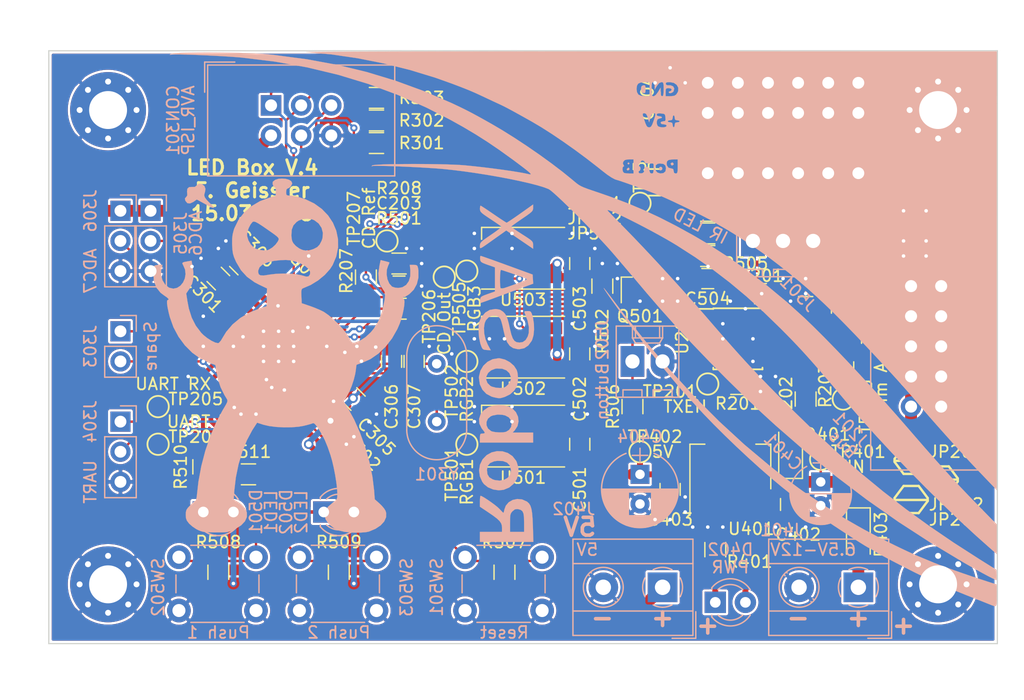
<source format=kicad_pcb>
(kicad_pcb (version 20170922) (host pcbnew "(2017-10-29 revision a6f84051e)-master")
  (layers (0 F.Cu signal) (31 B.Cu signal) (34 B.Paste user) (35 F.Paste user) (36 B.SilkS user) (37 F.SilkS user) (38 B.Mask user) (39 F.Mask user hide) (44 Edge.Cuts user))
  (net 0 "")
  (net 1 +5V)
  (net 2 GND)
  (net 3 /Bus/AIN0)
  (net 4 /Bus/AIN1)
  (net 5 "Net-(C301-Pad2)")
  (net 6 /Controller/XTAL1)
  (net 7 /Controller/XTAL2)
  (net 8 +12V)
  (net 9 /Controller/MISO)
  (net 10 /Controller/SCK)
  (net 11 /Controller/MOSI)
  (net 12 /Controller/~RESET)
  (net 13 "Net-(D201-Pad1)")
  (net 14 /Bus/COMM_A)
  (net 15 /Bus/COMM_B)
  (net 16 "Net-(D402-Pad1)")
  (net 17 "Net-(D501-Pad1)")
  (net 18 "Net-(D502-Pad1)")
  (net 19 /Controller/PB0)
  (net 20 /Controller/PB1)
  (net 21 /Controller/PB2)
  (net 22 /Controller/PB3)
  (net 23 /Controller/PB4)
  (net 24 /Controller/PB5)
  (net 25 /Controller/PC1)
  (net 26 /Controller/PD2)
  (net 27 /Bus/RX)
  (net 28 /Bus/TX)
  (net 29 /Controller/ADC6)
  (net 30 /Controller/ADC7)
  (net 31 /Interface/IR_LED_DRV)
  (net 32 /Controller/BTN)
  (net 33 "Net-(JP201-Pad1)")
  (net 34 "Net-(JP202-Pad1)")
  (net 35 "Net-(JP203-Pad2)")
  (net 36 "Net-(JP501-Pad1)")
  (net 37 "Net-(JP501-Pad2)")
  (net 38 "Net-(JP502-Pad1)")
  (net 39 "Net-(JP503-Pad1)")
  (net 40 "Net-(Q501-Pad1)")
  (net 41 /Bus/TX_EN)
  (net 42 /Controller/LED_IR)
  (net 43 /Controller/PUSH1)
  (net 44 /Controller/PUSH2)
  (net 45 /Controller/LED1)
  (net 46 /Controller/LED2)
  (net 47 /Controller/RGB_D)
  (net 48 "Net-(TP502-Pad1)")
  (net 49 "Net-(TP505-Pad1)")
  (net 50 "Net-(U503-Pad2)")
  (net 51 "Net-(D403-Pad2)")
  (module SMD_Jumper:Jumper_SMD_02 (layer F.Cu) (at 163.83 75.565 270)
    (fp_text reference JP201 (at 13.97 -12.7) (layer F.SilkS))
    (fp_text value "COMMA PU")
    (pad 2 smd trapezoid (at -0.6096 0 90) (size 1 1.8) (rect_delta 0.75 0) (layers F.Cu) (net 14 /Bus/COMM_A))
    (pad 1 smd trapezoid (at 0.6096 0 270) (size 1 1.8) (rect_delta 0.75 0) (layers F.Cu) (net 33 "Net-(JP201-Pad1)"))
  )
  (module SMD_Jumper:Jumper_SMD_02 (layer F.Cu) (at 167.005 74.041 270)
    (fp_text reference JP202 (at 14.224 -9.525 180) (layer F.SilkS))
    (fp_text value TERM)
    (pad 2 smd trapezoid (at -0.6096 0 90) (size 1 1.8) (rect_delta 0.75 0) (layers F.Cu) (net 15 /Bus/COMM_B))
    (pad 1 smd trapezoid (at 0.6096 0 270) (size 1 1.8) (rect_delta 0.75 0) (layers F.Cu) (net 34 "Net-(JP202-Pad1)"))
  )
  (module SMD_Jumper:Jumper_SMD_02 (layer F.Cu) (at 163.83 72.39 270)
    (fp_text reference JP203 (at 11.43 -12.7) (layer F.SilkS))
    (fp_text value "COMMB PD")
    (pad 2 smd trapezoid (at -0.6096 0 90) (size 1 1.8) (rect_delta 0.75 0) (layers F.Cu) (net 35 "Net-(JP203-Pad2)"))
    (pad 1 smd trapezoid (at 0.6096 0 270) (size 1 1.8) (rect_delta 0.75 0) (layers F.Cu) (net 15 /Bus/COMM_B))
  )
  (module SMD_Jumper:Jumper_SMD_02 (layer F.Cu) (at 152.4 63.5)
    (fp_text reference JP501 (at -6.35 -0.635 180) (layer F.SilkS))
    (fp_text value "IR 12mA" hide)
    (pad 2 smd trapezoid (at -0.6096 0 180) (size 1 1.8) (rect_delta 0.75 0) (layers F.Cu) (net 37 "Net-(JP501-Pad2)"))
    (pad 1 smd trapezoid (at 0.6096 0) (size 1 1.8) (rect_delta 0.75 0) (layers F.Cu) (net 36 "Net-(JP501-Pad1)"))
  )
  (module SMD_Jumper:Jumper_SMD_02 (layer F.Cu) (at 149.86 65.405)
    (fp_text reference JP502 (at -3.81 -1.27 180) (layer F.SilkS))
    (fp_text value "IR 24mA" hide)
    (pad 2 smd trapezoid (at -0.6096 0 180) (size 1 1.8) (rect_delta 0.75 0) (layers F.Cu) (net 37 "Net-(JP501-Pad2)"))
    (pad 1 smd trapezoid (at 0.6096 0) (size 1 1.8) (rect_delta 0.75 0) (layers F.Cu) (net 38 "Net-(JP502-Pad1)"))
  )
  (module SMD_Jumper:Jumper_SMD_02 (layer F.Cu) (at 152.4 67.31)
    (fp_text reference JP503 (at -6.35 -1.905) (layer F.SilkS))
    (fp_text value "IR 48mA" hide)
    (pad 2 smd trapezoid (at -0.6096 0 180) (size 1 1.8) (rect_delta 0.75 0) (layers F.Cu) (net 37 "Net-(JP501-Pad2)"))
    (pad 1 smd trapezoid (at 0.6096 0) (size 1 1.8) (rect_delta 0.75 0) (layers F.Cu) (net 39 "Net-(JP503-Pad1)"))
  )
  (module LOGO (layer F.Cu) (at 139 89)
    (fp_text reference G*** hide)
    (fp_text value LOGO hide)
  )
  (module LOGO (layer B.Cu) (at 140 75 180)
    (fp_text reference G*** hide)
    (fp_text value LOGO hide)
  )
  (module Fiducials:Fiducial_1mm_Dia_2mm_Outer (layer F.Cu) (at 133.604 66.421)
    (fp_text reference REF** hide)
    (fp_text value Fiducial_1mm_Dia_2mm_Outer hide)
    (pad ~ smd circle (at 0 0) (size 1 1) (layers F.Cu F.Mask) (clearance 0.5))
  )
  (module Housings_QFP:TQFP-32_7x7mm_Pitch0.8mm (layer F.Cu) (at 119.38 74.93 135)
    (fp_text reference U301 (at 3.592102 6.286179 315) (layer F.SilkS))
    (fp_text value ATMEGA88A-AU hide)
    (pad 1 smd rect (at -4.25 -2.8 135) (size 1.6 0.55) (layers F.Cu F.Paste F.Mask) (net 47 /Controller/RGB_D))
    (pad 2 smd rect (at -4.25 -2 135) (size 1.6 0.55) (layers F.Cu F.Paste F.Mask) (net 32 /Controller/BTN))
    (pad 3 smd rect (at -4.25 -1.2 135) (size 1.6 0.55) (layers F.Cu F.Paste F.Mask) (net 2 GND))
    (pad 4 smd rect (at -4.25 -0.4 135) (size 1.6 0.55) (layers F.Cu F.Paste F.Mask) (net 1 +5V))
    (pad 5 smd rect (at -4.25 0.4 135) (size 1.6 0.55) (layers F.Cu F.Paste F.Mask) (net 2 GND))
    (pad 6 smd rect (at -4.25 1.2 135) (size 1.6 0.55) (layers F.Cu F.Paste F.Mask) (net 1 +5V))
    (pad 7 smd rect (at -4.25 2 135) (size 1.6 0.55) (layers F.Cu F.Paste F.Mask) (net 6 /Controller/XTAL1))
    (pad 8 smd rect (at -4.25 2.8 135) (size 1.6 0.55) (layers F.Cu F.Paste F.Mask) (net 7 /Controller/XTAL2))
    (pad 9 smd rect (at -2.8 4.25 225) (size 1.6 0.55) (layers F.Cu F.Paste F.Mask) (net 42 /Controller/LED_IR))
    (pad 10 smd rect (at -2 4.25 225) (size 1.6 0.55) (layers F.Cu F.Paste F.Mask) (net 3 /Bus/AIN0))
    (pad 11 smd rect (at -1.2 4.25 225) (size 1.6 0.55) (layers F.Cu F.Paste F.Mask) (net 4 /Bus/AIN1))
    (pad 12 smd rect (at -0.4 4.25 225) (size 1.6 0.55) (layers F.Cu F.Paste F.Mask) (net 19 /Controller/PB0))
    (pad 13 smd rect (at 0.4 4.25 225) (size 1.6 0.55) (layers F.Cu F.Paste F.Mask) (net 20 /Controller/PB1))
    (pad 14 smd rect (at 1.2 4.25 225) (size 1.6 0.55) (layers F.Cu F.Paste F.Mask) (net 21 /Controller/PB2))
    (pad 15 smd rect (at 2 4.25 225) (size 1.6 0.55) (layers F.Cu F.Paste F.Mask) (net 11 /Controller/MOSI))
    (pad 16 smd rect (at 2.8 4.25 225) (size 1.6 0.55) (layers F.Cu F.Paste F.Mask) (net 9 /Controller/MISO))
    (pad 17 smd rect (at 4.25 2.8 135) (size 1.6 0.55) (layers F.Cu F.Paste F.Mask) (net 10 /Controller/SCK))
    (pad 18 smd rect (at 4.25 2 135) (size 1.6 0.55) (layers F.Cu F.Paste F.Mask) (net 1 +5V))
    (pad 19 smd rect (at 4.25 1.2 135) (size 1.6 0.55) (layers F.Cu F.Paste F.Mask) (net 29 /Controller/ADC6))
    (pad 20 smd rect (at 4.25 0.4 135) (size 1.6 0.55) (layers F.Cu F.Paste F.Mask) (net 5 "Net-(C301-Pad2)"))
    (pad 21 smd rect (at 4.25 -0.4 135) (size 1.6 0.55) (layers F.Cu F.Paste F.Mask) (net 2 GND))
    (pad 22 smd rect (at 4.25 -1.2 135) (size 1.6 0.55) (layers F.Cu F.Paste F.Mask) (net 30 /Controller/ADC7))
    (pad 23 smd rect (at 4.25 -2 135) (size 1.6 0.55) (layers F.Cu F.Paste F.Mask) (net 41 /Bus/TX_EN))
    (pad 24 smd rect (at 4.25 -2.8 135) (size 1.6 0.55) (layers F.Cu F.Paste F.Mask) (net 25 /Controller/PC1))
    (pad 25 smd rect (at 2.8 -4.25 225) (size 1.6 0.55) (layers F.Cu F.Paste F.Mask) (net 45 /Controller/LED1))
    (pad 26 smd rect (at 2 -4.25 225) (size 1.6 0.55) (layers F.Cu F.Paste F.Mask) (net 46 /Controller/LED2))
    (pad 27 smd rect (at 1.2 -4.25 225) (size 1.6 0.55) (layers F.Cu F.Paste F.Mask) (net 43 /Controller/PUSH1))
    (pad 28 smd rect (at 0.4 -4.25 225) (size 1.6 0.55) (layers F.Cu F.Paste F.Mask) (net 44 /Controller/PUSH2))
    (pad 29 smd rect (at -0.4 -4.25 225) (size 1.6 0.55) (layers F.Cu F.Paste F.Mask) (net 12 /Controller/~RESET))
    (pad 30 smd rect (at -1.2 -4.25 225) (size 1.6 0.55) (layers F.Cu F.Paste F.Mask) (net 27 /Bus/RX))
    (pad 31 smd rect (at -2 -4.25 225) (size 1.6 0.55) (layers F.Cu F.Paste F.Mask) (net 28 /Bus/TX))
    (pad 32 smd rect (at -2.8 -4.25 225) (size 1.6 0.55) (layers F.Cu F.Paste F.Mask) (net 26 /Controller/PD2))
  )
  (module Fiducials:Fiducial_1mm_Dia_2mm_Outer (layer F.Cu) (at 168.275 64.77)
    (fp_text reference REF** hide)
    (fp_text value Fiducial_1mm_Dia_2mm_Outer hide)
    (pad ~ smd circle (at 0 0) (size 1 1) (layers F.Cu F.Mask) (clearance 0.5))
  )
  (module Fiducials:Fiducial_1mm_Dia_2mm_Outer (layer F.Cu) (at 152.4 91.44)
    (fp_text reference REF** hide)
    (fp_text value Fiducial_1mm_Dia_2mm_Outer hide)
    (pad ~ smd circle (at 0 0) (size 1 1) (layers F.Cu F.Mask) (clearance 0.5))
  )
  (module Fiducials:Fiducial_1mm_Dia_2mm_Outer (layer F.Cu) (at 119.38 81.915)
    (fp_text reference REF** hide)
    (fp_text value Fiducial_1mm_Dia_2mm_Outer hide)
    (pad ~ smd circle (at 0 0) (size 1 1) (layers F.Cu F.Mask) (clearance 0.5))
  )
  (module LOGO (layer F.Cu) (at 140 56)
    (fp_text reference G*** hide)
    (fp_text value LOGO hide)
  )
  (module Mounting_Holes:MountingHole_3.2mm_M3_Pad_Via (layer F.Cu) (at 105 95)
    (fp_text reference REF** hide)
    (fp_text value MountingHole_3.2mm_M3_Pad_Via hide)
    (pad ~ thru_hole circle (at 0 0) (size 6.4 6.4) (drill 3.2) (layers *.Cu *.Mask) (net 2 GND))
    (pad 1 thru_hole circle (at 2.4 0) (size 0.8 0.8) (drill 0.5) (layers *.Cu *.Mask))
    (pad 1 thru_hole circle (at 1.697056 1.697056) (size 0.8 0.8) (drill 0.5) (layers *.Cu *.Mask))
    (pad 1 thru_hole circle (at 0 2.4) (size 0.8 0.8) (drill 0.5) (layers *.Cu *.Mask))
    (pad 1 thru_hole circle (at -1.697056 1.697056) (size 0.8 0.8) (drill 0.5) (layers *.Cu *.Mask))
    (pad 1 thru_hole circle (at -2.4 0) (size 0.8 0.8) (drill 0.5) (layers *.Cu *.Mask))
    (pad 1 thru_hole circle (at -1.697056 -1.697056) (size 0.8 0.8) (drill 0.5) (layers *.Cu *.Mask))
    (pad 1 thru_hole circle (at 0 -2.4) (size 0.8 0.8) (drill 0.5) (layers *.Cu *.Mask))
    (pad 1 thru_hole circle (at 1.697056 -1.697056) (size 0.8 0.8) (drill 0.5) (layers *.Cu *.Mask))
  )
  (module Mounting_Holes:MountingHole_3.2mm_M3_Pad_Via (layer F.Cu) (at 105 55)
    (fp_text reference REF** hide)
    (fp_text value MountingHole_3.2mm_M3_Pad_Via hide)
    (pad 1 thru_hole circle (at 1.697056 -1.697056) (size 0.8 0.8) (drill 0.5) (layers *.Cu *.Mask))
    (pad 1 thru_hole circle (at 0 -2.4) (size 0.8 0.8) (drill 0.5) (layers *.Cu *.Mask))
    (pad 1 thru_hole circle (at -1.697056 -1.697056) (size 0.8 0.8) (drill 0.5) (layers *.Cu *.Mask))
    (pad 1 thru_hole circle (at -2.4 0) (size 0.8 0.8) (drill 0.5) (layers *.Cu *.Mask))
    (pad 1 thru_hole circle (at -1.697056 1.697056) (size 0.8 0.8) (drill 0.5) (layers *.Cu *.Mask))
    (pad 1 thru_hole circle (at 0 2.4) (size 0.8 0.8) (drill 0.5) (layers *.Cu *.Mask))
    (pad 1 thru_hole circle (at 1.697056 1.697056) (size 0.8 0.8) (drill 0.5) (layers *.Cu *.Mask))
    (pad 1 thru_hole circle (at 2.4 0) (size 0.8 0.8) (drill 0.5) (layers *.Cu *.Mask))
    (pad ~ thru_hole circle (at 0 0) (size 6.4 6.4) (drill 3.2) (layers *.Cu *.Mask) (net 2 GND))
  )
  (module Mounting_Holes:MountingHole_3.2mm_M3_Pad_Via (layer F.Cu) (at 175 55)
    (fp_text reference REF** hide)
    (fp_text value MountingHole_3.2mm_M3_Pad_Via hide)
    (pad ~ thru_hole circle (at 0 0) (size 6.4 6.4) (drill 3.2) (layers *.Cu *.Mask) (net 2 GND))
    (pad 1 thru_hole circle (at 2.4 0) (size 0.8 0.8) (drill 0.5) (layers *.Cu *.Mask))
    (pad 1 thru_hole circle (at 1.697056 1.697056) (size 0.8 0.8) (drill 0.5) (layers *.Cu *.Mask))
    (pad 1 thru_hole circle (at 0 2.4) (size 0.8 0.8) (drill 0.5) (layers *.Cu *.Mask))
    (pad 1 thru_hole circle (at -1.697056 1.697056) (size 0.8 0.8) (drill 0.5) (layers *.Cu *.Mask))
    (pad 1 thru_hole circle (at -2.4 0) (size 0.8 0.8) (drill 0.5) (layers *.Cu *.Mask))
    (pad 1 thru_hole circle (at -1.697056 -1.697056) (size 0.8 0.8) (drill 0.5) (layers *.Cu *.Mask))
    (pad 1 thru_hole circle (at 0 -2.4) (size 0.8 0.8) (drill 0.5) (layers *.Cu *.Mask))
    (pad 1 thru_hole circle (at 1.697056 -1.697056) (size 0.8 0.8) (drill 0.5) (layers *.Cu *.Mask))
  )
  (module Mounting_Holes:MountingHole_3.2mm_M3_Pad_Via (layer F.Cu) (at 175 95)
    (fp_text reference REF** hide)
    (fp_text value MountingHole_3.2mm_M3_Pad_Via hide)
    (pad 1 thru_hole circle (at 1.697056 -1.697056) (size 0.8 0.8) (drill 0.5) (layers *.Cu *.Mask))
    (pad 1 thru_hole circle (at 0 -2.4) (size 0.8 0.8) (drill 0.5) (layers *.Cu *.Mask))
    (pad 1 thru_hole circle (at -1.697056 -1.697056) (size 0.8 0.8) (drill 0.5) (layers *.Cu *.Mask))
    (pad 1 thru_hole circle (at -2.4 0) (size 0.8 0.8) (drill 0.5) (layers *.Cu *.Mask))
    (pad 1 thru_hole circle (at -1.697056 1.697056) (size 0.8 0.8) (drill 0.5) (layers *.Cu *.Mask))
    (pad 1 thru_hole circle (at 0 2.4) (size 0.8 0.8) (drill 0.5) (layers *.Cu *.Mask))
    (pad 1 thru_hole circle (at 1.697056 1.697056) (size 0.8 0.8) (drill 0.5) (layers *.Cu *.Mask))
    (pad 1 thru_hole circle (at 2.4 0) (size 0.8 0.8) (drill 0.5) (layers *.Cu *.Mask))
    (pad ~ thru_hole circle (at 0 0) (size 6.4 6.4) (drill 3.2) (layers *.Cu *.Mask) (net 2 GND))
  )
  (module Capacitors_SMD:C_0805 (layer F.Cu) (at 160.02 70.485 180)
    (fp_text reference C201 (at -0.03 1.505 180) (layer F.SilkS))
    (fp_text value 10u hide)
    (pad 1 smd rect (at -1 0 180) (size 1 1.25) (layers F.Cu F.Paste F.Mask) (net 1 +5V))
    (pad 2 smd rect (at 1 0 180) (size 1 1.25) (layers F.Cu F.Paste F.Mask) (net 2 GND))
  )
  (module Capacitors_SMD:C_0805 (layer F.Cu) (at 172.085 64.77)
    (fp_text reference C202 (at 3.81 0) (layer F.SilkS))
    (fp_text value 22p)
    (pad 2 smd rect (at 1 0) (size 1 1.25) (layers F.Cu F.Paste F.Mask) (net 2 GND))
    (pad 1 smd rect (at -1 0) (size 1 1.25) (layers F.Cu F.Paste F.Mask) (net 3 /Bus/AIN0))
  )
  (module Capacitors_SMD:C_0805 (layer F.Cu) (at 129.54 69.85)
    (fp_text reference C203 (at 0 -6.985 180) (layer F.SilkS))
    (fp_text value 470p hide)
    (pad 2 smd rect (at 1 0) (size 1 1.25) (layers F.Cu F.Paste F.Mask) (net 2 GND))
    (pad 1 smd rect (at -1 0) (size 1 1.25) (layers F.Cu F.Paste F.Mask) (net 4 /Bus/AIN1))
  )
  (module Capacitors_SMD:C_0805 (layer F.Cu) (at 114.3 69.215 315)
    (fp_text reference C301 (at 0 1.796051 135) (layer F.SilkS))
    (fp_text value 100n hide)
    (pad 2 smd rect (at 1 0 315) (size 1 1.25) (layers F.Cu F.Paste F.Mask) (net 5 "Net-(C301-Pad2)"))
    (pad 1 smd rect (at -1 0 315) (size 1 1.25) (layers F.Cu F.Paste F.Mask) (net 2 GND))
  )
  (module Capacitors_SMD:C_0805 (layer F.Cu) (at 123.825 81.28 315)
    (fp_text reference C302 (at 3.592102 0 315) (layer F.SilkS))
    (fp_text value 100n hide)
    (pad 1 smd rect (at -1 0 315) (size 1 1.25) (layers F.Cu F.Paste F.Mask) (net 1 +5V))
    (pad 2 smd rect (at 1 0 315) (size 1 1.25) (layers F.Cu F.Paste F.Mask) (net 2 GND))
  )
  (module Capacitors_SMD:C_0805 (layer F.Cu) (at 116.205 67.945 135)
    (fp_text reference C303 (at 0 1.796051 315) (layer F.SilkS))
    (fp_text value 100n hide)
    (pad 1 smd rect (at -1 0 135) (size 1 1.25) (layers F.Cu F.Paste F.Mask) (net 1 +5V))
    (pad 2 smd rect (at 1 0 135) (size 1 1.25) (layers F.Cu F.Paste F.Mask) (net 2 GND))
  )
  (module Capacitors_SMD:C_0805 (layer F.Cu) (at 152.4 53.975 90)
    (fp_text reference C304 (at 0 -1.905 270) (layer F.SilkS))
    (fp_text value 100n hide)
    (pad 2 smd rect (at 1 0 90) (size 1 1.25) (layers F.Cu F.Paste F.Mask) (net 2 GND))
    (pad 1 smd rect (at -1 0 90) (size 1 1.25) (layers F.Cu F.Paste F.Mask) (net 1 +5V))
  )
  (module Capacitors_SMD:C_0805 (layer F.Cu) (at 125.73 79.375 315)
    (fp_text reference C305 (at 3.592102 0.898026 315) (layer F.SilkS))
    (fp_text value 100n hide)
    (pad 1 smd rect (at -1 0 315) (size 1 1.25) (layers F.Cu F.Paste F.Mask) (net 1 +5V))
    (pad 2 smd rect (at 1 0 315) (size 1 1.25) (layers F.Cu F.Paste F.Mask) (net 2 GND))
  )
  (module Capacitors_SMD:C_0805 (layer F.Cu) (at 128.905 76.2 90)
    (fp_text reference C306 (at -3.81 0 90) (layer F.SilkS))
    (fp_text value 22p hide)
    (pad 1 smd rect (at -1 0 90) (size 1 1.25) (layers F.Cu F.Paste F.Mask) (net 6 /Controller/XTAL1))
    (pad 2 smd rect (at 1 0 90) (size 1 1.25) (layers F.Cu F.Paste F.Mask) (net 2 GND))
  )
  (module Capacitors_SMD:C_0805 (layer F.Cu) (at 130.81 76.2 90)
    (fp_text reference C307 (at -3.81 0 90) (layer F.SilkS))
    (fp_text value 22p hide)
    (pad 2 smd rect (at 1 0 90) (size 1 1.25) (layers F.Cu F.Paste F.Mask) (net 2 GND))
    (pad 1 smd rect (at -1 0 90) (size 1 1.25) (layers F.Cu F.Paste F.Mask) (net 7 /Controller/XTAL2))
  )
  (module Capacitors_THT:CP_Radial_D5.0mm_P2.00mm (layer B.Cu) (at 165.1 86.36 270)
    (fp_text reference C401 (at -2.54 3.175 315) (layer B.SilkS) (effects (justify mirror)))
    (fp_text value 4u7)
    (pad 1 thru_hole rect (at 0 0 270) (size 1.6 1.6) (drill 0.8) (layers *.Cu *.Mask) (net 8 +12V))
    (pad 2 thru_hole circle (at 2 0 270) (size 1.6 1.6) (drill 0.8) (layers *.Cu *.Mask) (net 2 GND))
  )
  (module Capacitors_SMD:C_0805 (layer F.Cu) (at 162.56 88.265 270)
    (fp_text reference C402 (at 2.54 -0.635) (layer F.SilkS))
    (fp_text value 100n hide)
    (pad 2 smd rect (at 1 0 270) (size 1 1.25) (layers F.Cu F.Paste F.Mask) (net 2 GND))
    (pad 1 smd rect (at -1 0 270) (size 1 1.25) (layers F.Cu F.Paste F.Mask) (net 8 +12V))
  )
  (module Capacitors_SMD:C_0805 (layer F.Cu) (at 152.4 86.995 270)
    (fp_text reference C403 (at 2.54 0) (layer F.SilkS))
    (fp_text value 100n hide)
    (pad 1 smd rect (at -1 0 270) (size 1 1.25) (layers F.Cu F.Paste F.Mask) (net 1 +5V))
    (pad 2 smd rect (at 1 0 270) (size 1 1.25) (layers F.Cu F.Paste F.Mask) (net 2 GND))
  )
  (module Capacitors_THT:CP_Radial_D6.3mm_P2.50mm (layer B.Cu) (at 149.86 85.725 270)
    (fp_text reference C404 (at -3.175 0) (layer B.SilkS) (effects (justify mirror)))
    (fp_text value 47u)
    (pad 1 thru_hole rect (at 0 0 270) (size 1.6 1.6) (drill 0.8) (layers *.Cu *.Mask) (net 1 +5V))
    (pad 2 thru_hole circle (at 2.5 0 270) (size 1.6 1.6) (drill 0.8) (layers *.Cu *.Mask) (net 2 GND))
  )
  (module Capacitors_SMD:C_0805 (layer F.Cu) (at 144.78 83.185 90)
    (fp_text reference C501 (at -3.81 0 90) (layer F.SilkS))
    (fp_text value 10u hide)
    (pad 1 smd rect (at -1 0 90) (size 1 1.25) (layers F.Cu F.Paste F.Mask) (net 1 +5V))
    (pad 2 smd rect (at 1 0 90) (size 1 1.25) (layers F.Cu F.Paste F.Mask) (net 2 GND))
  )
  (module Capacitors_SMD:C_0805 (layer F.Cu) (at 144.78 75.565 90)
    (fp_text reference C502 (at -3.81 0 90) (layer F.SilkS))
    (fp_text value 10u hide)
    (pad 2 smd rect (at 1 0 90) (size 1 1.25) (layers F.Cu F.Paste F.Mask) (net 2 GND))
    (pad 1 smd rect (at -1 0 90) (size 1 1.25) (layers F.Cu F.Paste F.Mask) (net 1 +5V))
  )
  (module Capacitors_SMD:C_0805 (layer F.Cu) (at 144.78 67.945 90)
    (fp_text reference C503 (at -3.81 0 90) (layer F.SilkS))
    (fp_text value 10u hide)
    (pad 1 smd rect (at -1 0 90) (size 1 1.25) (layers F.Cu F.Paste F.Mask) (net 1 +5V))
    (pad 2 smd rect (at 1 0 90) (size 1 1.25) (layers F.Cu F.Paste F.Mask) (net 2 GND))
  )
  (module Capacitors_SMD:C_0805 (layer F.Cu) (at 155.575 69.215 180)
    (fp_text reference C504 (at -0.005 -1.695) (layer F.SilkS))
    (fp_text value 100n hide)
    (pad 2 smd rect (at 1 0 180) (size 1 1.25) (layers F.Cu F.Paste F.Mask) (net 2 GND))
    (pad 1 smd rect (at -1 0 180) (size 1 1.25) (layers F.Cu F.Paste F.Mask) (net 1 +5V))
  )
  (module Connectors_IDC:IDC-Header_2x03_Pitch2.54mm_Straight (layer B.Cu) (at 118.745 54.61 270)
    (fp_text reference CON301 hide)
    (fp_text value AVR_ISP (at 1.27 6.985 270) (layer B.SilkS) (effects (justify mirror)))
    (fp_text user %R (at 1.27 8.255 270) (layer B.SilkS) (effects (justify mirror)))
    (pad 1 thru_hole rect (at 0 0 270) (size 1.7272 1.7272) (drill 1.016) (layers *.Cu *.Mask) (net 9 /Controller/MISO))
    (pad 2 thru_hole oval (at 2.54 0 270) (size 1.7272 1.7272) (drill 1.016) (layers *.Cu *.Mask) (net 1 +5V))
    (pad 3 thru_hole oval (at 0 -2.54 270) (size 1.7272 1.7272) (drill 1.016) (layers *.Cu *.Mask) (net 10 /Controller/SCK))
    (pad 4 thru_hole oval (at 2.54 -2.54 270) (size 1.7272 1.7272) (drill 1.016) (layers *.Cu *.Mask) (net 11 /Controller/MOSI))
    (pad 5 thru_hole oval (at 0 -5.08 270) (size 1.7272 1.7272) (drill 1.016) (layers *.Cu *.Mask) (net 12 /Controller/~RESET))
    (pad 6 thru_hole oval (at 2.54 -5.08 270) (size 1.7272 1.7272) (drill 1.016) (layers *.Cu *.Mask) (net 2 GND))
  )
  (module Diodes_SMD:D_SOD-123 (layer F.Cu) (at 169.545 73.025 270)
    (fp_text reference D201 (at 0.515 -1.565 270) (layer F.SilkS))
    (fp_text value 1N4148)
    (pad 1 smd rect (at -1.65 0 270) (size 0.9 1.2) (layers F.Cu F.Paste F.Mask) (net 13 "Net-(D201-Pad1)"))
    (pad 2 smd rect (at 1.65 0 270) (size 0.9 1.2) (layers F.Cu F.Paste F.Mask) (net 14 /Bus/COMM_A))
  )
  (module Diodes_SMD:D_SOD-123 (layer F.Cu) (at 167.005 70.485 270)
    (fp_text reference D202 (at -0.575 -1.305 270) (layer F.SilkS))
    (fp_text value 1N4148)
    (pad 1 smd rect (at -1.65 0 270) (size 0.9 1.2) (layers F.Cu F.Paste F.Mask) (net 13 "Net-(D201-Pad1)"))
    (pad 2 smd rect (at 1.65 0 270) (size 0.9 1.2) (layers F.Cu F.Paste F.Mask) (net 15 /Bus/COMM_B))
  )
  (module Diodes_SMD:D_SOD-123 (layer F.Cu) (at 162.56 83.82 90)
    (fp_text reference D401 (at 1.46 3.12 180) (layer F.SilkS))
    (fp_text value 1N4148 hide)
    (pad 2 smd rect (at 1.65 0 90) (size 0.9 1.2) (layers F.Cu F.Paste F.Mask) (net 1 +5V))
    (pad 1 smd rect (at -1.65 0 90) (size 0.9 1.2) (layers F.Cu F.Paste F.Mask) (net 8 +12V))
  )
  (module LEDs:LED_D3.0mm (layer B.Cu) (at 156.21 96.52)
    (fp_text reference D402 (at 1.27 -4.445) (layer B.SilkS) (effects (justify mirror)))
    (fp_text value PWR (at 1.27 -2.96) (layer B.SilkS) (effects (justify mirror)))
    (pad 2 thru_hole circle (at 2.54 0) (size 1.8 1.8) (drill 0.9) (layers *.Cu *.Mask) (net 1 +5V))
    (pad 1 thru_hole rect (at 0 0) (size 1.8 1.8) (drill 0.9) (layers *.Cu *.Mask) (net 16 "Net-(D402-Pad1)"))
  )
  (module LEDs:LED_D3.0mm (layer B.Cu) (at 113.03 88.9)
    (fp_text reference D501 (at 4.445 0 90) (layer B.SilkS) (effects (justify mirror)))
    (fp_text value LED1 (at 5.715 0 90) (layer B.SilkS) (effects (justify mirror)))
    (pad 1 thru_hole rect (at 0 0) (size 1.8 1.8) (drill 0.9) (layers *.Cu *.Mask) (net 17 "Net-(D501-Pad1)"))
    (pad 2 thru_hole circle (at 2.54 0) (size 1.8 1.8) (drill 0.9) (layers *.Cu *.Mask) (net 1 +5V))
  )
  (module LEDs:LED_D3.0mm (layer B.Cu) (at 123.19 88.9)
    (fp_text reference D502 (at -3.175 0 90) (layer B.SilkS) (effects (justify mirror)))
    (fp_text value LED2 (at -1.905 0 90) (layer B.SilkS) (effects (justify mirror)))
    (pad 2 thru_hole circle (at 2.54 0) (size 1.8 1.8) (drill 0.9) (layers *.Cu *.Mask) (net 1 +5V))
    (pad 1 thru_hole rect (at 0 0) (size 1.8 1.8) (drill 0.9) (layers *.Cu *.Mask) (net 18 "Net-(D502-Pad1)"))
  )
  (module Socket_Strips:Socket_Strip_Straight_2x06_Pitch2.54mm (layer B.Cu) (at 155.575 55.245 270)
    (fp_text reference J301 (at -4.445 -5.08) (layer B.SilkS) (effects (justify mirror)))
    (fp_text value "Power B")
    (pad 1 thru_hole rect (at 0 0 270) (size 1.7 1.7) (drill 1) (layers *.Cu *.Mask) (net 1 +5V))
    (pad 2 thru_hole oval (at -2.54 0 270) (size 1.7 1.7) (drill 1) (layers *.Cu *.Mask) (net 2 GND))
    (pad 3 thru_hole oval (at 0 -2.54 270) (size 1.7 1.7) (drill 1) (layers *.Cu *.Mask) (net 1 +5V))
    (pad 4 thru_hole oval (at -2.54 -2.54 270) (size 1.7 1.7) (drill 1) (layers *.Cu *.Mask) (net 2 GND))
    (pad 5 thru_hole oval (at 0 -5.08 270) (size 1.7 1.7) (drill 1) (layers *.Cu *.Mask) (net 1 +5V))
    (pad 6 thru_hole oval (at -2.54 -5.08 270) (size 1.7 1.7) (drill 1) (layers *.Cu *.Mask) (net 2 GND))
    (pad 7 thru_hole oval (at 0 -7.62 270) (size 1.7 1.7) (drill 1) (layers *.Cu *.Mask) (net 1 +5V))
    (pad 8 thru_hole oval (at -2.54 -7.62 270) (size 1.7 1.7) (drill 1) (layers *.Cu *.Mask) (net 2 GND))
    (pad 9 thru_hole oval (at 0 -10.16 270) (size 1.7 1.7) (drill 1) (layers *.Cu *.Mask) (net 1 +5V))
    (pad 10 thru_hole oval (at -2.54 -10.16 270) (size 1.7 1.7) (drill 1) (layers *.Cu *.Mask) (net 2 GND))
    (pad 11 thru_hole oval (at 0 -12.7 270) (size 1.7 1.7) (drill 1) (layers *.Cu *.Mask) (net 1 +5V))
    (pad 12 thru_hole oval (at -2.54 -12.7 270) (size 1.7 1.7) (drill 1) (layers *.Cu *.Mask) (net 2 GND))
  )
  (module Socket_Strips:Socket_Strip_Straight_1x06_Pitch2.54mm (layer B.Cu) (at 155.575 60.325 270)
    (fp_text reference J302 (at 0.31 -4.425) (layer B.SilkS) (effects (justify mirror)))
    (fp_text value "Port B")
    (pad 1 thru_hole rect (at 0 0 270) (size 1.7 1.7) (drill 1) (layers *.Cu *.Mask) (net 19 /Controller/PB0))
    (pad 2 thru_hole oval (at 0 -2.54 270) (size 1.7 1.7) (drill 1) (layers *.Cu *.Mask) (net 20 /Controller/PB1))
    (pad 3 thru_hole oval (at 0 -5.08 270) (size 1.7 1.7) (drill 1) (layers *.Cu *.Mask) (net 21 /Controller/PB2))
    (pad 4 thru_hole oval (at 0 -7.62 270) (size 1.7 1.7) (drill 1) (layers *.Cu *.Mask) (net 22 /Controller/PB3))
    (pad 5 thru_hole oval (at 0 -10.16 270) (size 1.7 1.7) (drill 1) (layers *.Cu *.Mask) (net 23 /Controller/PB4))
    (pad 6 thru_hole oval (at 0 -12.7 270) (size 1.7 1.7) (drill 1) (layers *.Cu *.Mask) (net 24 /Controller/PB5))
  )
  (module Socket_Strips:Socket_Strip_Straight_1x02_Pitch2.54mm (layer B.Cu) (at 106.045 73.66 180)
    (fp_text reference J303 hide)
    (fp_text value Spare (at -2.54 -1.27 270) (layer B.SilkS) (effects (justify mirror)))
    (fp_text user %R (at 2.54 -1.27 270) (layer B.SilkS) (effects (justify mirror)))
    (pad 1 thru_hole rect (at 0 0 180) (size 1.7 1.7) (drill 1) (layers *.Cu *.Mask) (net 25 /Controller/PC1))
    (pad 2 thru_hole oval (at 0 -2.54 180) (size 1.7 1.7) (drill 1) (layers *.Cu *.Mask) (net 26 /Controller/PD2))
  )
  (module Socket_Strips:Socket_Strip_Straight_1x03_Pitch2.54mm (layer B.Cu) (at 106.045 81.28 180)
    (fp_text reference J304 hide)
    (fp_text value UART (at 2.54 -5.08 270) (layer B.SilkS) (effects (justify mirror)))
    (fp_text user %R (at 2.54 0 270) (layer B.SilkS) (effects (justify mirror)))
    (pad 1 thru_hole rect (at 0 0 180) (size 1.7 1.7) (drill 1) (layers *.Cu *.Mask) (net 27 /Bus/RX))
    (pad 2 thru_hole oval (at 0 -2.54 180) (size 1.7 1.7) (drill 1) (layers *.Cu *.Mask) (net 28 /Bus/TX))
    (pad 3 thru_hole oval (at 0 -5.08 180) (size 1.7 1.7) (drill 1) (layers *.Cu *.Mask) (net 2 GND))
  )
  (module Socket_Strips:Socket_Strip_Straight_1x03_Pitch2.54mm (layer B.Cu) (at 108.585 63.5 180)
    (fp_text reference J305 hide)
    (fp_text value ADC6 (at -3.81 -1.905 270) (layer B.SilkS) (effects (justify mirror)))
    (fp_text user %R (at -2.54 -1.905 270) (layer B.SilkS) (effects (justify mirror)))
    (pad 3 thru_hole oval (at 0 -5.08 180) (size 1.7 1.7) (drill 1) (layers *.Cu *.Mask) (net 2 GND))
    (pad 2 thru_hole oval (at 0 -2.54 180) (size 1.7 1.7) (drill 1) (layers *.Cu *.Mask) (net 29 /Controller/ADC6))
    (pad 1 thru_hole rect (at 0 0 180) (size 1.7 1.7) (drill 1) (layers *.Cu *.Mask) (net 1 +5V))
  )
  (module Socket_Strips:Socket_Strip_Straight_1x03_Pitch2.54mm (layer B.Cu) (at 106.045 63.5 180)
    (fp_text reference J306 hide)
    (fp_text value ADC7 (at 2.54 -5.08 270) (layer B.SilkS) (effects (justify mirror)))
    (fp_text user %R (at 2.54 0 270) (layer B.SilkS) (effects (justify mirror)))
    (pad 1 thru_hole rect (at 0 0 180) (size 1.7 1.7) (drill 1) (layers *.Cu *.Mask) (net 1 +5V))
    (pad 2 thru_hole oval (at 0 -2.54 180) (size 1.7 1.7) (drill 1) (layers *.Cu *.Mask) (net 30 /Controller/ADC7))
    (pad 3 thru_hole oval (at 0 -5.08 180) (size 1.7 1.7) (drill 1) (layers *.Cu *.Mask) (net 2 GND))
  )
  (module TerminalBlock_MetzConnect:TerminalBlock_MetzConnect_Type055_RT01502HDWU_Pitch5.00mm (layer B.Cu) (at 151.765 95.25 180)
    (fp_text reference J402 (at 7.493 6.604 180) (layer B.SilkS) (effects (justify mirror)))
    (fp_text value 5V (at 6.35 3.175 180) (layer B.SilkS) (effects (justify mirror)))
    (pad 1 thru_hole rect (at 0 0 180) (size 2.5 2.5) (drill 1.3) (layers *.Cu *.Mask) (net 1 +5V))
    (pad 2 thru_hole circle (at 5 0 180) (size 2.5 2.5) (drill 1.3) (layers *.Cu *.Mask) (net 2 GND))
  )
  (module TO_SOT_Packages_SMD:SOT-23 (layer F.Cu) (at 149.86 69.85 90)
    (fp_text reference Q501 (at -2.54 0 180) (layer F.SilkS))
    (fp_text value NTR4003N hide)
    (pad 1 smd rect (at -1 -0.95 90) (size 0.9 0.8) (layers F.Cu F.Paste F.Mask) (net 40 "Net-(Q501-Pad1)"))
    (pad 2 smd rect (at -1 0.95 90) (size 0.9 0.8) (layers F.Cu F.Paste F.Mask) (net 2 GND))
    (pad 3 smd rect (at 1 0 90) (size 0.9 0.8) (layers F.Cu F.Paste F.Mask) (net 37 "Net-(JP501-Pad2)"))
  )
  (module Resistors_SMD:R_0805 (layer F.Cu) (at 158.115 78.105 180)
    (fp_text reference R201 (at 0 -1.65 180) (layer F.SilkS))
    (fp_text value 10k hide)
    (pad 1 smd rect (at -0.95 0 180) (size 0.7 1.3) (layers F.Cu F.Paste F.Mask) (net 2 GND))
    (pad 2 smd rect (at 0.95 0 180) (size 0.7 1.3) (layers F.Cu F.Paste F.Mask) (net 41 /Bus/TX_EN))
  )
  (module Resistors_SMD:R_0805 (layer F.Cu) (at 163.83 79.375 90)
    (fp_text reference R202 (at 0 -1.65 90) (layer F.SilkS))
    (fp_text value 1k)
    (pad 2 smd rect (at 0.95 0 90) (size 0.7 1.3) (layers F.Cu F.Paste F.Mask) (net 33 "Net-(JP201-Pad1)"))
    (pad 1 smd rect (at -0.95 0 90) (size 0.7 1.3) (layers F.Cu F.Paste F.Mask) (net 1 +5V))
  )
  (module Resistors_SMD:R_0805 (layer F.Cu) (at 167.005 76.835 90)
    (fp_text reference R203 (at -1.365 -1.525 90) (layer F.SilkS))
    (fp_text value 150)
    (pad 1 smd rect (at -0.95 0 90) (size 0.7 1.3) (layers F.Cu F.Paste F.Mask) (net 14 /Bus/COMM_A))
    (pad 2 smd rect (at 0.95 0 90) (size 0.7 1.3) (layers F.Cu F.Paste F.Mask) (net 34 "Net-(JP202-Pad1)"))
  )
  (module Resistors_SMD:R_0805 (layer F.Cu) (at 163.83 69.85 180)
    (fp_text reference R204 (at -0.254 1.778 180) (layer F.SilkS))
    (fp_text value 1k)
    (pad 2 smd rect (at 0.95 0 180) (size 0.7 1.3) (layers F.Cu F.Paste F.Mask) (net 2 GND))
    (pad 1 smd rect (at -0.95 0 180) (size 0.7 1.3) (layers F.Cu F.Paste F.Mask) (net 35 "Net-(JP203-Pad2)"))
  )
  (module Resistors_SMD:R_0805 (layer F.Cu) (at 169.545 68.58 270)
    (fp_text reference R205 (at 0.91 -1.565 270) (layer F.SilkS))
    (fp_text value 100)
    (pad 1 smd rect (at -0.95 0 270) (size 0.7 1.3) (layers F.Cu F.Paste F.Mask) (net 3 /Bus/AIN0))
    (pad 2 smd rect (at 0.95 0 270) (size 0.7 1.3) (layers F.Cu F.Paste F.Mask) (net 13 "Net-(D201-Pad1)"))
  )
  (module Resistors_SMD:R_0805 (layer F.Cu) (at 172.085 66.675)
    (fp_text reference R206 (at 3.81 0) (layer F.SilkS))
    (fp_text value 22k)
    (pad 2 smd rect (at 0.95 0) (size 0.7 1.3) (layers F.Cu F.Paste F.Mask) (net 2 GND))
    (pad 1 smd rect (at -0.95 0) (size 0.7 1.3) (layers F.Cu F.Paste F.Mask) (net 3 /Bus/AIN0))
  )
  (module Resistors_SMD:R_0805 (layer F.Cu) (at 126.746 69.088 270)
    (fp_text reference R207 (at -0.508 1.651 270) (layer F.SilkS))
    (fp_text value 3k3 hide)
    (pad 2 smd rect (at 0.95 0 270) (size 0.7 1.3) (layers F.Cu F.Paste F.Mask) (net 4 /Bus/AIN1))
    (pad 1 smd rect (at -0.95 0 270) (size 0.7 1.3) (layers F.Cu F.Paste F.Mask) (net 1 +5V))
  )
  (module Resistors_SMD:R_0805 (layer F.Cu) (at 129.54 67.945)
    (fp_text reference R208 (at 0 -6.35 180) (layer F.SilkS))
    (fp_text value 2k2 hide)
    (pad 1 smd rect (at -0.95 0) (size 0.7 1.3) (layers F.Cu F.Paste F.Mask) (net 4 /Bus/AIN1))
    (pad 2 smd rect (at 0.95 0) (size 0.7 1.3) (layers F.Cu F.Paste F.Mask) (net 2 GND))
  )
  (module Resistors_SMD:R_0805 (layer F.Cu) (at 127.635 57.785 180)
    (fp_text reference R301 (at -3.81 0 180) (layer F.SilkS))
    (fp_text value 1k hide)
    (pad 1 smd rect (at -0.95 0 180) (size 0.7 1.3) (layers F.Cu F.Paste F.Mask) (net 22 /Controller/PB3))
    (pad 2 smd rect (at 0.95 0 180) (size 0.7 1.3) (layers F.Cu F.Paste F.Mask) (net 11 /Controller/MOSI))
  )
  (module Resistors_SMD:R_0805 (layer F.Cu) (at 127.635 55.88 180)
    (fp_text reference R302 (at -3.81 0 180) (layer F.SilkS))
    (fp_text value 1k hide)
    (pad 1 smd rect (at -0.95 0 180) (size 0.7 1.3) (layers F.Cu F.Paste F.Mask) (net 24 /Controller/PB5))
    (pad 2 smd rect (at 0.95 0 180) (size 0.7 1.3) (layers F.Cu F.Paste F.Mask) (net 10 /Controller/SCK))
  )
  (module Resistors_SMD:R_0805 (layer F.Cu) (at 127.635 53.975 180)
    (fp_text reference R303 (at -3.81 0 180) (layer F.SilkS))
    (fp_text value 1k hide)
    (pad 2 smd rect (at 0.95 0 180) (size 0.7 1.3) (layers F.Cu F.Paste F.Mask) (net 9 /Controller/MISO))
    (pad 1 smd rect (at -0.95 0 180) (size 0.7 1.3) (layers F.Cu F.Paste F.Mask) (net 23 /Controller/PB4))
  )
  (module Resistors_SMD:R_0805 (layer F.Cu) (at 156.21 92.075 90)
    (fp_text reference R401 (at -1.015 2.89 180) (layer F.SilkS))
    (fp_text value 2k2 hide)
    (pad 2 smd rect (at 0.95 0 90) (size 0.7 1.3) (layers F.Cu F.Paste F.Mask) (net 2 GND))
    (pad 1 smd rect (at -0.95 0 90) (size 0.7 1.3) (layers F.Cu F.Paste F.Mask) (net 16 "Net-(D402-Pad1)"))
  )
  (module Resistors_SMD:R_0805 (layer F.Cu) (at 129.54 71.755 180)
    (fp_text reference R501 (at 0 7.62 180) (layer F.SilkS))
    (fp_text value 100 hide)
    (pad 2 smd rect (at 0.95 0 180) (size 0.7 1.3) (layers F.Cu F.Paste F.Mask) (net 42 /Controller/LED_IR))
    (pad 1 smd rect (at -0.95 0 180) (size 0.7 1.3) (layers F.Cu F.Paste F.Mask) (net 40 "Net-(Q501-Pad1)"))
  )
  (module Resistors_SMD:R_0805 (layer F.Cu) (at 146.685 69.85 270)
    (fp_text reference R502 (at 3.81 0 270) (layer F.SilkS))
    (fp_text value 100k hide)
    (pad 2 smd rect (at 0.95 0 270) (size 0.7 1.3) (layers F.Cu F.Paste F.Mask) (net 40 "Net-(Q501-Pad1)"))
    (pad 1 smd rect (at -0.95 0 270) (size 0.7 1.3) (layers F.Cu F.Paste F.Mask) (net 2 GND))
  )
  (module Resistors_SMD:R_0805 (layer F.Cu) (at 155.575 63.5)
    (fp_text reference R503 (at 3.175 -0.635) (layer F.SilkS))
    (fp_text value 300 hide)
    (pad 1 smd rect (at -0.95 0) (size 0.7 1.3) (layers F.Cu F.Paste F.Mask) (net 36 "Net-(JP501-Pad1)"))
    (pad 2 smd rect (at 0.95 0) (size 0.7 1.3) (layers F.Cu F.Paste F.Mask) (net 31 /Interface/IR_LED_DRV))
  )
  (module Resistors_SMD:R_0805 (layer F.Cu) (at 155.575 65.405)
    (fp_text reference R504 (at 3.175 -1.27) (layer F.SilkS))
    (fp_text value 150 hide)
    (pad 2 smd rect (at 0.95 0) (size 0.7 1.3) (layers F.Cu F.Paste F.Mask) (net 31 /Interface/IR_LED_DRV))
    (pad 1 smd rect (at -0.95 0) (size 0.7 1.3) (layers F.Cu F.Paste F.Mask) (net 38 "Net-(JP502-Pad1)"))
  )
  (module Resistors_SMD:R_0805 (layer F.Cu) (at 155.575 67.31)
    (fp_text reference R505 (at 3.175 0.635) (layer F.SilkS))
    (fp_text value 75 hide)
    (pad 1 smd rect (at -0.95 0) (size 0.7 1.3) (layers F.Cu F.Paste F.Mask) (net 39 "Net-(JP503-Pad1)"))
    (pad 2 smd rect (at 0.95 0) (size 0.7 1.3) (layers F.Cu F.Paste F.Mask) (net 31 /Interface/IR_LED_DRV))
  )
  (module Resistors_SMD:R_0805 (layer F.Cu) (at 149.225 80.01 90)
    (fp_text reference R506 (at 0 -1.65 90) (layer F.SilkS))
    (fp_text value 10k hide)
    (pad 1 smd rect (at -0.95 0 90) (size 0.7 1.3) (layers F.Cu F.Paste F.Mask) (net 1 +5V))
    (pad 2 smd rect (at 0.95 0 90) (size 0.7 1.3) (layers F.Cu F.Paste F.Mask) (net 32 /Controller/BTN))
  )
  (module Resistors_SMD:R_0805 (layer F.Cu) (at 138.43 93.98 90)
    (fp_text reference R507 (at 2.54 0 180) (layer F.SilkS))
    (fp_text value 10k hide)
    (pad 1 smd rect (at -0.95 0 90) (size 0.7 1.3) (layers F.Cu F.Paste F.Mask) (net 1 +5V))
    (pad 2 smd rect (at 0.95 0 90) (size 0.7 1.3) (layers F.Cu F.Paste F.Mask) (net 12 /Controller/~RESET))
  )
  (module Resistors_SMD:R_0805 (layer F.Cu) (at 114.3 93.98 90)
    (fp_text reference R508 (at 2.54 0 180) (layer F.SilkS))
    (fp_text value 10k hide)
    (pad 2 smd rect (at 0.95 0 90) (size 0.7 1.3) (layers F.Cu F.Paste F.Mask) (net 43 /Controller/PUSH1))
    (pad 1 smd rect (at -0.95 0 90) (size 0.7 1.3) (layers F.Cu F.Paste F.Mask) (net 1 +5V))
  )
  (module Resistors_SMD:R_0805 (layer F.Cu) (at 124.46 93.98 90)
    (fp_text reference R509 (at 2.54 0 180) (layer F.SilkS))
    (fp_text value 10k hide)
    (pad 1 smd rect (at -0.95 0 90) (size 0.7 1.3) (layers F.Cu F.Paste F.Mask) (net 1 +5V))
    (pad 2 smd rect (at 0.95 0 90) (size 0.7 1.3) (layers F.Cu F.Paste F.Mask) (net 44 /Controller/PUSH2))
  )
  (module Resistors_SMD:R_0805 (layer F.Cu) (at 113.03 85.09 90)
    (fp_text reference R510 (at 0 -1.905 90) (layer F.SilkS))
    (fp_text value 430 hide)
    (pad 2 smd rect (at 0.95 0 90) (size 0.7 1.3) (layers F.Cu F.Paste F.Mask) (net 45 /Controller/LED1))
    (pad 1 smd rect (at -0.95 0 90) (size 0.7 1.3) (layers F.Cu F.Paste F.Mask) (net 17 "Net-(D501-Pad1)"))
  )
  (module Resistors_SMD:R_0805 (layer F.Cu) (at 116.84 85.725 180)
    (fp_text reference R511 (at 0 1.905 180) (layer F.SilkS))
    (fp_text value 430 hide)
    (pad 1 smd rect (at -0.95 0 180) (size 0.7 1.3) (layers F.Cu F.Paste F.Mask) (net 18 "Net-(D502-Pad1)"))
    (pad 2 smd rect (at 0.95 0 180) (size 0.7 1.3) (layers F.Cu F.Paste F.Mask) (net 46 /Controller/LED2))
  )
  (module Buttons_Switches_THT:SW_PUSH_6mm_h5mm (layer B.Cu) (at 141.605 92.71 180)
    (fp_text reference SW501 (at 8.89 -2.54 270) (layer B.SilkS) (effects (justify mirror)))
    (fp_text value Reset (at 3.175 -6.35 180) (layer B.SilkS) (effects (justify mirror)))
    (pad 2 thru_hole circle (at 0 -4.5 90) (size 2 2) (drill 1.1) (layers *.Cu *.Mask) (net 2 GND))
    (pad 1 thru_hole circle (at 0 0 90) (size 2 2) (drill 1.1) (layers *.Cu *.Mask) (net 12 /Controller/~RESET))
    (pad 2 thru_hole circle (at 6.5 -4.5 90) (size 2 2) (drill 1.1) (layers *.Cu *.Mask) (net 2 GND))
    (pad 1 thru_hole circle (at 6.5 0 90) (size 2 2) (drill 1.1) (layers *.Cu *.Mask) (net 12 /Controller/~RESET))
  )
  (module Buttons_Switches_THT:SW_PUSH_6mm_h5mm (layer B.Cu) (at 117.475 92.71 180)
    (fp_text reference SW502 (at 8.255 -2.54 270) (layer B.SilkS) (effects (justify mirror)))
    (fp_text value "Push 1" (at 3.175 -6.35 180) (layer B.SilkS) (effects (justify mirror)))
    (pad 1 thru_hole circle (at 6.5 0 90) (size 2 2) (drill 1.1) (layers *.Cu *.Mask) (net 43 /Controller/PUSH1))
    (pad 2 thru_hole circle (at 6.5 -4.5 90) (size 2 2) (drill 1.1) (layers *.Cu *.Mask) (net 2 GND))
    (pad 1 thru_hole circle (at 0 0 90) (size 2 2) (drill 1.1) (layers *.Cu *.Mask) (net 43 /Controller/PUSH1))
    (pad 2 thru_hole circle (at 0 -4.5 90) (size 2 2) (drill 1.1) (layers *.Cu *.Mask) (net 2 GND))
  )
  (module Buttons_Switches_THT:SW_PUSH_6mm_h5mm (layer B.Cu) (at 127.635 92.71 180)
    (fp_text reference SW503 (at -2.54 -2.54 270) (layer B.SilkS) (effects (justify mirror)))
    (fp_text value "Push 2" (at 3.175 -6.35 180) (layer B.SilkS) (effects (justify mirror)))
    (pad 2 thru_hole circle (at 0 -4.5 90) (size 2 2) (drill 1.1) (layers *.Cu *.Mask) (net 2 GND))
    (pad 1 thru_hole circle (at 0 0 90) (size 2 2) (drill 1.1) (layers *.Cu *.Mask) (net 44 /Controller/PUSH2))
    (pad 2 thru_hole circle (at 6.5 -4.5 90) (size 2 2) (drill 1.1) (layers *.Cu *.Mask) (net 2 GND))
    (pad 1 thru_hole circle (at 6.5 0 90) (size 2 2) (drill 1.1) (layers *.Cu *.Mask) (net 44 /Controller/PUSH2))
  )
  (module Test:TEST_10 (layer F.Cu) (at 135.255 83.185)
    (fp_text reference TP501 (at -1.27 2.54 90) (layer F.SilkS))
    (fp_text value RGB1 (at 0 3.175 90) (layer F.SilkS))
    (pad 1 smd circle (at 0 0) (size 1 1) (layers F.Cu F.Paste F.Mask) (net 47 /Controller/RGB_D))
  )
  (module Test:TEST_10 (layer F.Cu) (at 135.255 76.2)
    (fp_text reference TP502 (at -1.27 2.54 90) (layer F.SilkS))
    (fp_text value RGB2 (at 0 3.175 90) (layer F.SilkS))
    (pad 1 smd circle (at 0 0) (size 1 1) (layers F.Cu F.Paste F.Mask) (net 48 "Net-(TP502-Pad1)"))
  )
  (module Test:TEST_10 (layer F.Cu) (at 161.925 63.5)
    (fp_text reference TP503 (at 3.175 -1.27) (layer F.SilkS))
    (fp_text value "IR LED" (at 3.175 0) (layer F.SilkS))
    (pad 1 smd circle (at 0 0) (size 1 1) (layers F.Cu F.Paste F.Mask) (net 31 /Interface/IR_LED_DRV))
  )
  (module Test:TEST_10 (layer F.Cu) (at 149.86 62.865)
    (fp_text reference TP504 (at 0 -3.175 90) (layer F.SilkS))
    (fp_text value "IR PWM" (at 1.27 -3.175 90) (layer F.SilkS))
    (pad 1 smd circle (at 0 0) (size 1 1) (layers F.Cu F.Paste F.Mask) (net 37 "Net-(JP501-Pad2)"))
  )
  (module Test:TEST_10 (layer F.Cu) (at 135.255 68.58)
    (fp_text reference TP505 (at -0.635 3.175 90) (layer F.SilkS))
    (fp_text value RGB3 (at 0.635 3.175 90) (layer F.SilkS))
    (pad 1 smd circle (at 0 0) (size 1 1) (layers F.Cu F.Paste F.Mask) (net 49 "Net-(TP505-Pad1)"))
  )
  (module Housings_SOIC:SOIC-8_3.9x4.9mm_Pitch1.27mm (layer F.Cu) (at 158.115 74.295)
    (fp_text reference U201 (at -4.699 -0.635 90) (layer F.SilkS))
    (fp_text value ST485C)
    (pad 1 smd rect (at -2.7 -1.905) (size 1.55 0.6) (layers F.Cu F.Paste F.Mask) (net 27 /Bus/RX))
    (pad 2 smd rect (at -2.7 -0.635) (size 1.55 0.6) (layers F.Cu F.Paste F.Mask) (net 2 GND))
    (pad 3 smd rect (at -2.7 0.635) (size 1.55 0.6) (layers F.Cu F.Paste F.Mask) (net 41 /Bus/TX_EN))
    (pad 4 smd rect (at -2.7 1.905) (size 1.55 0.6) (layers F.Cu F.Paste F.Mask) (net 28 /Bus/TX))
    (pad 5 smd rect (at 2.7 1.905) (size 1.55 0.6) (layers F.Cu F.Paste F.Mask) (net 2 GND))
    (pad 6 smd rect (at 2.7 0.635) (size 1.55 0.6) (layers F.Cu F.Paste F.Mask) (net 14 /Bus/COMM_A))
    (pad 7 smd rect (at 2.7 -0.635) (size 1.55 0.6) (layers F.Cu F.Paste F.Mask) (net 15 /Bus/COMM_B))
    (pad 8 smd rect (at 2.7 -1.905) (size 1.55 0.6) (layers F.Cu F.Paste F.Mask) (net 1 +5V))
  )
  (module LEDs:LED_WS2812B-PLCC4 (layer F.Cu) (at 140 82.5 180)
    (fp_text reference U501 (at 0 -3.5 180) (layer F.SilkS))
    (fp_text value WS2812B hide)
    (pad 3 smd rect (at 2.5 1.6 180) (size 1.6 1) (layers F.Cu F.Paste F.Mask) (net 2 GND))
    (pad 4 smd rect (at 2.5 -1.6 180) (size 1.6 1) (layers F.Cu F.Paste F.Mask) (net 47 /Controller/RGB_D))
    (pad 2 smd rect (at -2.5 1.6 180) (size 1.6 1) (layers F.Cu F.Paste F.Mask) (net 48 "Net-(TP502-Pad1)"))
    (pad 1 smd rect (at -2.5 -1.6 180) (size 1.6 1) (layers F.Cu F.Paste F.Mask) (net 1 +5V))
  )
  (module LEDs:LED_WS2812B-PLCC4 (layer F.Cu) (at 140 75 180)
    (fp_text reference U502 (at 0 -3.5) (layer F.SilkS))
    (fp_text value WS2812B hide)
    (pad 3 smd rect (at 2.5 1.6 180) (size 1.6 1) (layers F.Cu F.Paste F.Mask) (net 2 GND))
    (pad 4 smd rect (at 2.5 -1.6 180) (size 1.6 1) (layers F.Cu F.Paste F.Mask) (net 48 "Net-(TP502-Pad1)"))
    (pad 2 smd rect (at -2.5 1.6 180) (size 1.6 1) (layers F.Cu F.Paste F.Mask) (net 49 "Net-(TP505-Pad1)"))
    (pad 1 smd rect (at -2.5 -1.6 180) (size 1.6 1) (layers F.Cu F.Paste F.Mask) (net 1 +5V))
  )
  (module LEDs:LED_WS2812B-PLCC4 (layer F.Cu) (at 140 67.5 180)
    (fp_text reference U503 (at 0 -3.5 180) (layer F.SilkS))
    (fp_text value 3xWS2812B hide)
    (pad 1 smd rect (at -2.5 -1.6 180) (size 1.6 1) (layers F.Cu F.Paste F.Mask) (net 1 +5V))
    (pad 2 smd rect (at -2.5 1.6 180) (size 1.6 1) (layers F.Cu F.Paste F.Mask) (net 50 "Net-(U503-Pad2)"))
    (pad 4 smd rect (at 2.5 -1.6 180) (size 1.6 1) (layers F.Cu F.Paste F.Mask) (net 49 "Net-(TP505-Pad1)"))
    (pad 3 smd rect (at 2.5 1.6 180) (size 1.6 1) (layers F.Cu F.Paste F.Mask) (net 2 GND))
  )
  (module TerminalBlock_MetzConnect:TerminalBlock_MetzConnect_Type055_RT01502HDWU_Pitch5.00mm (layer B.Cu) (at 168.275 95.25 180)
    (fp_text reference J401 hide)
    (fp_text value 6.5V-12V (at 3.81 3.175 180) (layer B.SilkS) (effects (justify mirror)))
    (fp_text user %R (at 6.477 4.826 180) (layer B.SilkS) (effects (justify mirror)))
    (pad 1 thru_hole rect (at 0 0 180) (size 2.5 2.5) (drill 1.3) (layers *.Cu *.Mask) (net 51 "Net-(D403-Pad2)"))
    (pad 2 thru_hole circle (at 5 0 180) (size 2.5 2.5) (drill 1.3) (layers *.Cu *.Mask) (net 2 GND))
  )
  (module TO_SOT_Packages_SMD:SOT-223-3_TabPin2 (layer F.Cu) (at 157.48 85.09 90)
    (fp_text reference U401 (at -5.23 1.76 180) (layer F.SilkS))
    (fp_text value AZ1117-5.0 hide)
    (pad 2 smd rect (at 3.15 0 90) (size 2 3.8) (layers F.Cu F.Paste F.Mask) (net 1 +5V))
    (pad 2 smd rect (at -3.15 0 90) (size 2 1.5) (layers F.Cu F.Paste F.Mask) (net 1 +5V))
    (pad 3 smd rect (at -3.15 2.3 90) (size 2 1.5) (layers F.Cu F.Paste F.Mask) (net 8 +12V))
    (pad 1 smd rect (at -3.15 -2.3 90) (size 2 1.5) (layers F.Cu F.Paste F.Mask) (net 2 GND))
  )
  (module Connectors_Molex:Molex_KK-6410-03_03x2.54mm_Straight (layer B.Cu) (at 159.385 66.04)
    (fp_text reference J501 (at 3.81 4.445 135) (layer B.SilkS) (effects (justify mirror)))
    (fp_text value "IR LED" (at -4.445 -1.27 -27) (layer B.SilkS) (effects (justify mirror)))
    (pad 1 thru_hole rect (at 0 0) (size 2 2.6) (drill 1.2) (layers *.Cu *.Mask) (net 1 +5V))
    (pad 2 thru_hole oval (at 2.54 0) (size 2 2.6) (drill 1.2) (layers *.Cu *.Mask) (net 31 /Interface/IR_LED_DRV))
    (pad 3 thru_hole oval (at 5.08 0) (size 2 2.6) (drill 1.2) (layers *.Cu *.Mask) (net 1 +5V))
  )
  (module Connectors_Molex:Molex_KK-6410-02_02x2.54mm_Straight (layer B.Cu) (at 149.225 76.2)
    (fp_text reference J502 (at -2.54 -1.905 90) (layer B.SilkS) (effects (justify mirror)))
    (fp_text value Button (at -2.54 2.54 90) (layer B.SilkS) (effects (justify mirror)))
    (pad 1 thru_hole rect (at 0 0) (size 2 2.6) (drill 1.2) (layers *.Cu *.Mask) (net 32 /Controller/BTN))
    (pad 2 thru_hole oval (at 2.54 0) (size 2 2.6) (drill 1.2) (layers *.Cu *.Mask) (net 2 GND))
  )
  (module Connectors_IDC:IDC-Header_2x05_Pitch2.54mm_Straight (layer B.Cu) (at 175.26 69.85 180)
    (fp_text reference J201 (at 7.62 -12.065 315) (layer B.SilkS) (effects (justify mirror)))
    (fp_text value Bus (at 8.255 -13.335 315) (layer B.SilkS) (effects (justify mirror)))
    (pad 1 thru_hole rect (at 0 0 180) (size 1.7272 1.7272) (drill 1.016) (layers *.Cu *.Mask) (net 1 +5V))
    (pad 2 thru_hole oval (at 2.54 0 180) (size 1.7272 1.7272) (drill 1.016) (layers *.Cu *.Mask) (net 2 GND))
    (pad 3 thru_hole oval (at 0 -2.54 180) (size 1.7272 1.7272) (drill 1.016) (layers *.Cu *.Mask) (net 1 +5V))
    (pad 4 thru_hole oval (at 2.54 -2.54 180) (size 1.7272 1.7272) (drill 1.016) (layers *.Cu *.Mask) (net 2 GND))
    (pad 5 thru_hole oval (at 0 -5.08 180) (size 1.7272 1.7272) (drill 1.016) (layers *.Cu *.Mask) (net 14 /Bus/COMM_A))
    (pad 6 thru_hole oval (at 2.54 -5.08 180) (size 1.7272 1.7272) (drill 1.016) (layers *.Cu *.Mask) (net 15 /Bus/COMM_B))
    (pad 7 thru_hole oval (at 0 -7.62 180) (size 1.7272 1.7272) (drill 1.016) (layers *.Cu *.Mask) (net 2 GND))
    (pad 8 thru_hole oval (at 2.54 -7.62 180) (size 1.7272 1.7272) (drill 1.016) (layers *.Cu *.Mask) (net 1 +5V))
    (pad 9 thru_hole oval (at 0 -10.16 180) (size 1.7272 1.7272) (drill 1.016) (layers *.Cu *.Mask) (net 2 GND))
    (pad 10 thru_hole oval (at 2.54 -10.16 180) (size 1.7272 1.7272) (drill 1.016) (layers *.Cu *.Mask) (net 1 +5V))
  )
  (module Diodes_SMD:D_SOD-123 (layer F.Cu) (at 168.275 90.805 270)
    (fp_text reference D403 (at 0 -1.905 90) (layer F.SilkS))
    (fp_text value PMEG4010ER hide)
    (pad 1 smd rect (at -1.65 0 270) (size 0.9 1.2) (layers F.Cu F.Paste F.Mask) (net 8 +12V))
    (pad 2 smd rect (at 1.65 0 270) (size 0.9 1.2) (layers F.Cu F.Paste F.Mask) (net 51 "Net-(D403-Pad2)"))
  )
  (module Test:TEST_10 (layer F.Cu) (at 155.575 78.105)
    (fp_text reference TP201 (at -3.175 0.635) (layer F.SilkS))
    (fp_text value TXEN (at -1.905 1.905) (layer F.SilkS))
    (pad 1 smd circle (at 0 0) (size 1 1) (layers F.Cu F.Paste F.Mask) (net 41 /Bus/TX_EN))
  )
  (module Test:TEST_10 (layer F.Cu) (at 109.22 83.185)
    (fp_text reference TP202 (at 3.175 -0.635) (layer F.SilkS))
    (fp_text value "UART TX" (at 3.81 -1.905) (layer F.SilkS))
    (pad 1 smd circle (at 0 0) (size 1 1) (layers F.Cu F.Paste F.Mask) (net 28 /Bus/TX))
  )
  (module Test:TEST_10 (layer F.Cu) (at 167.005 79.375)
    (fp_text reference TP203 (at 1.905 0.635 90) (layer F.SilkS))
    (fp_text value "Comm A" (at 3.175 0 90) (layer F.SilkS))
    (pad 1 smd circle (at 0 0) (size 1 1) (layers F.Cu F.Paste F.Mask) (net 14 /Bus/COMM_A))
  )
  (module Test:TEST_10 (layer F.Cu) (at 167.005 67.31)
    (fp_text reference TP204 (at 4.445 -5.08) (layer F.SilkS))
    (fp_text value "Comm B" (at 5.207 -3.81) (layer F.SilkS))
    (pad 1 smd circle (at 0 0) (size 1 1) (layers F.Cu F.Paste F.Mask) (net 15 /Bus/COMM_B))
  )
  (module Test:TEST_10 (layer F.Cu) (at 109.22 80.01)
    (fp_text reference TP205 (at 3.175 -0.635) (layer F.SilkS))
    (fp_text value "UART RX" (at 1.27 -1.905) (layer F.SilkS))
    (pad 1 smd circle (at 0 0) (size 1 1) (layers F.Cu F.Paste F.Mask) (net 27 /Bus/RX))
  )
  (module Test:TEST_10 (layer F.Cu) (at 133.35 69.088)
    (fp_text reference TP206 (at -1.27 3.302 90) (layer F.SilkS))
    (fp_text value "CD Out" (at 0 3.937 90) (layer F.SilkS))
    (pad 1 smd circle (at 0 0) (size 1 1) (layers F.Cu F.Paste F.Mask) (net 3 /Bus/AIN0))
  )
  (module Test:TEST_10 (layer F.Cu) (at 128.524 66.04)
    (fp_text reference TP207 (at -2.794 -1.905 90) (layer F.SilkS))
    (fp_text value "CD Ref" (at -1.524 -1.905 90) (layer F.SilkS))
    (pad 1 smd circle (at 0 0) (size 1 1) (layers F.Cu F.Paste F.Mask) (net 4 /Bus/AIN1))
  )
  (module Test:TEST_10 (layer F.Cu) (at 165.1 84.455)
    (fp_text reference TP401 (at 3.175 -0.635) (layer F.SilkS))
    (fp_text value VIN (at 2.54 0.635) (layer F.SilkS))
    (pad 1 smd circle (at 0 0) (size 1 1) (layers F.Cu F.Paste F.Mask) (net 8 +12V))
  )
  (module Test:TEST_10 (layer F.Cu) (at 149.86 83.82)
    (fp_text reference TP402 (at 1.27 -1.27) (layer F.SilkS))
    (fp_text value 5V (at 1.905 0) (layer F.SilkS))
    (pad 1 smd circle (at 0 0) (size 1 1) (layers F.Cu F.Paste F.Mask) (net 1 +5V))
  )
  (module Crystals:Crystal_HC49-U_Vertical (layer B.Cu) (at 132.715 81.28 90)
    (fp_text reference Y301 (at -4.445 0 180) (layer B.SilkS) (effects (justify mirror)))
    (fp_text value 20MHz)
    (pad 1 thru_hole circle (at 0 0 90) (size 1.5 1.5) (drill 0.8) (layers *.Cu *.Mask) (net 6 /Controller/XTAL1))
    (pad 2 thru_hole circle (at 4.88 0 90) (size 1.5 1.5) (drill 0.8) (layers *.Cu *.Mask) (net 7 /Controller/XTAL2))
  )
  (gr_text "LED Box V.4\nF. Geissler\n15.03.2018" (at 117.1575 61.7855) (layer F.SilkS) (effects (font (size 1.2 1.2) (thickness 0.25))))
  (gr_line (start 171.323 84.582) (end 174.117 84.582) (layer F.SilkS) (width 0.2))
  (gr_line (start 173.863 86.1695) (end 176.657 86.1695) (layer F.SilkS) (width 0.2))
  (gr_line (start 171.323 87.884) (end 174.117 87.884) (layer F.SilkS) (width 0.2))
  (gr_text 5V (at 144.78 90.17) (layer B.SilkS) (effects (font (size 1.5 1.5) (thickness 0.3)) (justify mirror)))
  (gr_text - (at 163.195 97.79) (layer B.SilkS) (effects (font (size 1.5 1.5) (thickness 0.3))))
  (gr_text + (at 168.275 97.79) (layer B.SilkS) (effects (font (size 1.5 1.5) (thickness 0.3))))
  (gr_text - (at 146.685 97.79) (layer B.SilkS) (effects (font (size 1.5 1.5) (thickness 0.3))))
  (gr_text + (at 151.765 97.79) (layer B.SilkS) (effects (font (size 1.5 1.5) (thickness 0.3))))
  (gr_text + (at 172.085 98.425) (layer B.SilkS) (effects (font (size 1.5 1.5) (thickness 0.3))))
  (gr_text + (at 155.575 98.425) (layer B.SilkS) (effects (font (size 1.5 1.5) (thickness 0.3))))
  (gr_line (start 173.361 83.402) (end 174.123 84.418) (layer F.SilkS) (width 0.2))
  (gr_line (start 171.329 84.418) (end 172.091 83.402) (layer F.SilkS) (width 0.2))
  (gr_line (start 173.361 85.688) (end 172.091 85.688) (layer F.SilkS) (width 0.2))
  (gr_line (start 174.123 84.418) (end 174.123 84.672) (layer F.SilkS) (width 0.2))
  (gr_line (start 172.091 85.688) (end 171.329 84.672) (layer F.SilkS) (width 0.2))
  (gr_line (start 172.091 83.402) (end 173.361 83.402) (layer F.SilkS) (width 0.2))
  (gr_line (start 171.329 84.672) (end 171.329 84.418) (layer F.SilkS) (width 0.2))
  (gr_line (start 174.123 84.672) (end 173.361 85.688) (layer F.SilkS) (width 0.2))
  (gr_line (start 173.869 86.323) (end 173.869 86.069) (layer F.SilkS) (width 0.2))
  (gr_line (start 176.663 86.069) (end 176.663 86.323) (layer F.SilkS) (width 0.2))
  (gr_line (start 173.869 86.069) (end 174.631 85.053) (layer F.SilkS) (width 0.2))
  (gr_line (start 174.631 85.053) (end 175.901 85.053) (layer F.SilkS) (width 0.2))
  (gr_line (start 175.901 85.053) (end 176.663 86.069) (layer F.SilkS) (width 0.2))
  (gr_line (start 176.663 86.323) (end 175.901 87.339) (layer F.SilkS) (width 0.2))
  (gr_line (start 174.631 87.339) (end 173.869 86.323) (layer F.SilkS) (width 0.2))
  (gr_line (start 175.901 87.339) (end 174.631 87.339) (layer F.SilkS) (width 0.2))
  (gr_line (start 171.329 87.974) (end 171.329 87.72) (layer F.SilkS) (width 0.2))
  (gr_line (start 172.091 88.99) (end 171.329 87.974) (layer F.SilkS) (width 0.2))
  (gr_line (start 173.361 88.99) (end 172.091 88.99) (layer F.SilkS) (width 0.2))
  (gr_line (start 174.123 87.974) (end 173.361 88.99) (layer F.SilkS) (width 0.2))
  (gr_line (start 174.123 87.72) (end 174.123 87.974) (layer F.SilkS) (width 0.2))
  (gr_line (start 173.361 86.704) (end 174.123 87.72) (layer F.SilkS) (width 0.2))
  (gr_line (start 172.091 86.704) (end 173.361 86.704) (layer F.SilkS) (width 0.2))
  (gr_line (start 171.329 87.72) (end 172.091 86.704) (layer F.SilkS) (width 0.2))
  (gr_line (start 100 100) (end 100 50) (layer Edge.Cuts) (width 0.1))
  (gr_line (start 180 100) (end 100 100) (layer Edge.Cuts) (width 0.1))
  (gr_line (start 180 50) (end 180 100) (layer Edge.Cuts) (width 0.1))
  (gr_line (start 100 50) (end 180 50) (layer Edge.Cuts) (width 0.1))
  (segment (start 152.4 55.245) (end 155.575 55.245) (width 1) (layer F.Cu) (net 1))
  (segment (start 152.4 54.975) (end 152.4 55.245) (width 1) (layer F.Cu) (net 1))
  (segment (start 155.575 55.245) (end 158.115 55.245) (width 1) (layer F.Cu) (net 1))
  (segment (start 160.655 55.245) (end 158.115 55.245) (width 1) (layer F.Cu) (net 1))
  (segment (start 160.655 55.245) (end 163.195 55.245) (width 1) (layer F.Cu) (net 1))
  (segment (start 165.735 55.245) (end 163.195 55.245) (width 1) (layer F.Cu) (net 1))
  (segment (start 168.275 55.245) (end 165.735 55.245) (width 1) (layer F.Cu) (net 1))
  (segment (start 168.275 55.245) (end 169.124999 56.094999) (width 1) (layer F.Cu) (net 1))
  (segment (start 169.124999 56.094999) (end 169.124999 56.729999) (width 1) (layer F.Cu) (net 1))
  (segment (start 169.124999 56.729999) (end 175.26 62.865) (width 1) (layer F.Cu) (net 1))
  (segment (start 175.26 62.865) (end 175.26 69.85) (width 1) (layer F.Cu) (net 1))
  (segment (start 158.115 79.805) (end 158.115 83.566) (width 0.5) (layer F.Cu) (net 1))
  (segment (start 158.115 79.805) (end 158.115 73.815) (width 0.5) (layer F.Cu) (net 1))
  (segment (start 158.115 73.815) (end 159.54 72.39) (width 0.5) (layer F.Cu) (net 1))
  (segment (start 159.54 72.39) (end 160.815 72.39) (width 0.5) (layer F.Cu) (net 1))
  (segment (start 146.685 84.455) (end 146.685 80.01) (width 1) (layer F.Cu) (net 1))
  (segment (start 144.78 78.105) (end 144.78 76.565) (width 1) (layer F.Cu) (net 1))
  (segment (start 146.685 80.01) (end 144.78 78.105) (width 1) (layer F.Cu) (net 1))
  (segment (start 117.78901 70.510583) (end 118.425405 71.146978) (width 0.3) (layer F.Cu) (net 1))
  (segment (start 118.425405 71.146978) (end 118.778976 71.146978) (width 0.3) (layer F.Cu) (net 1))
  (segment (start 118.778976 71.146978) (end 119.126 70.799954) (width 0.3) (layer F.Cu) (net 1))
  (segment (start 119.126 70.799954) (end 119.634 70.799954) (width 0.3) (layer F.Cu) (net 1))
  (segment (start 119.634 70.799954) (end 121.848385 73.014339) (width 0.3) (layer F.Cu) (net 1))
  (segment (start 121.848385 73.014339) (end 121.848385 73.334385) (width 0.3) (layer F.Cu) (net 1))
  (segment (start 128.27 72.898) (end 128.27 76.693577) (width 0.3) (layer B.Cu) (net 1))
  (segment (start 128.27 76.693577) (end 125.659289 79.304288) (width 0.3) (layer B.Cu) (net 1))
  (segment (start 128.27 72.898) (end 128.27 70.612) (width 0.2) (layer B.Cu) (net 1))
  (segment (start 121.848385 73.334385) (end 122.369722 72.813048) (width 0.3) (layer B.Cu) (net 1))
  (segment (start 122.369722 72.813048) (end 128.185048 72.813048) (width 0.3) (layer B.Cu) (net 1))
  (segment (start 128.185048 72.813048) (end 128.27 72.898) (width 0.3) (layer B.Cu) (net 1))
  (via (at 121.848385 73.334385) (size 0.6) (drill 0.3) (layers F.Cu B.Cu) (net 1))
  (segment (start 128.27 70.612) (end 126.746 69.088) (width 0.2) (layer B.Cu) (net 1))
  (segment (start 126.746 68.138) (end 126.746 69.088) (width 0.2) (layer F.Cu) (net 1))
  (via (at 126.746 69.088) (size 0.6) (drill 0.3) (layers F.Cu B.Cu) (net 1))
  (segment (start 146.685 89.535) (end 146.685 84.455) (width 1) (layer F.Cu) (net 1))
  (segment (start 146.685 84.455) (end 147.955 84.455) (width 0.2) (layer F.Cu) (net 1))
  (segment (start 149.225 83.82) (end 150.495 83.82) (width 0.2) (layer F.Cu) (net 1))
  (segment (start 149.225 80.96) (end 149.225 83.82) (width 0.2) (layer F.Cu) (net 1))
  (segment (start 144.145 95.25) (end 144.145 92.075) (width 1) (layer F.Cu) (net 1))
  (segment (start 144.145 92.075) (end 146.685 89.535) (width 1) (layer F.Cu) (net 1))
  (segment (start 157.48 84.074) (end 157.48 81.94) (width 1) (layer F.Cu) (net 1))
  (segment (start 157.48 85.725) (end 157.48 84.074) (width 1) (layer F.Cu) (net 1))
  (segment (start 157.48 84.074) (end 152.654 84.074) (width 1) (layer F.Cu) (net 1))
  (segment (start 136.525 85.725) (end 142.113 85.725) (width 0.5) (layer F.Cu) (net 1))
  (segment (start 121.92 83.185) (end 121.92 83.043577) (width 0.5) (layer B.Cu) (net 1))
  (segment (start 121.92 83.043577) (end 123.757761 81.205816) (width 0.5) (layer B.Cu) (net 1))
  (segment (start 123.825 85.09) (end 121.92 83.185) (width 0.5) (layer F.Cu) (net 1))
  (via (at 121.92 83.185) (size 0.8) (drill 0.5) (layers F.Cu B.Cu) (net 1))
  (segment (start 131.445 85.09) (end 123.825 85.09) (width 0.5) (layer F.Cu) (net 1))
  (segment (start 135.89 85.09) (end 131.445 85.09) (width 0.5) (layer F.Cu) (net 1))
  (segment (start 136.525 85.725) (end 135.89 85.09) (width 0.5) (layer F.Cu) (net 1))
  (segment (start 149.225 85.725) (end 149.86 85.725) (width 1) (layer F.Cu) (net 1))
  (segment (start 144.145 95.25) (end 144.145 96.52) (width 1) (layer F.Cu) (net 1))
  (segment (start 144.145 96.52) (end 145.415 97.79) (width 1) (layer F.Cu) (net 1))
  (segment (start 145.415 97.79) (end 149.225 97.79) (width 1) (layer F.Cu) (net 1))
  (segment (start 149.225 97.79) (end 151.765 95.25) (width 1) (layer F.Cu) (net 1))
  (segment (start 143.825 94.93) (end 144.145 95.25) (width 1) (layer F.Cu) (net 1))
  (segment (start 138.43 94.93) (end 143.825 94.93) (width 1) (layer F.Cu) (net 1))
  (segment (start 114.3 94.93) (end 110.678998 94.93) (width 1) (layer F.Cu) (net 1))
  (segment (start 110.678998 94.93) (end 109.22 93.471002) (width 1) (layer F.Cu) (net 1))
  (segment (start 109.22 93.471002) (end 109.22 92.71) (width 1) (layer F.Cu) (net 1))
  (segment (start 109.22 92.71) (end 106.68 90.17) (width 1) (layer F.Cu) (net 1))
  (segment (start 106.68 90.17) (end 105.41 90.17) (width 1) (layer F.Cu) (net 1))
  (segment (start 105.41 90.17) (end 102.87 87.63) (width 1) (layer F.Cu) (net 1))
  (segment (start 102.87 87.63) (end 102.87 64.825) (width 1) (layer F.Cu) (net 1))
  (segment (start 102.87 64.825) (end 104.195 63.5) (width 1) (layer F.Cu) (net 1))
  (segment (start 104.195 63.5) (end 106.045 63.5) (width 1) (layer F.Cu) (net 1))
  (segment (start 106.045 63.5) (end 108.585 63.5) (width 1) (layer F.Cu) (net 1))
  (segment (start 112.395 63.5) (end 108.585 63.5) (width 1) (layer F.Cu) (net 1))
  (segment (start 149.86 85.725) (end 149.86 84.455) (width 0.2) (layer F.Cu) (net 1))
  (segment (start 149.86 84.455) (end 150.495 83.82) (width 0.2) (layer F.Cu) (net 1))
  (segment (start 124.46 94.93) (end 125.73 94.93) (width 1) (layer F.Cu) (net 1))
  (segment (start 125.73 94.93) (end 138.43 94.93) (width 1) (layer F.Cu) (net 1))
  (segment (start 125.73 88.9) (end 125.73 94.93) (width 0.5) (layer B.Cu) (net 1))
  (via (at 125.73 94.93) (size 0.6) (drill 0.3) (layers F.Cu B.Cu) (net 1))
  (segment (start 114.3 94.93) (end 115.57 94.93) (width 1) (layer F.Cu) (net 1))
  (segment (start 115.57 94.93) (end 119.38 94.93) (width 1) (layer F.Cu) (net 1))
  (segment (start 115.57 88.9) (end 115.57 94.93) (width 0.5) (layer B.Cu) (net 1))
  (via (at 115.57 94.93) (size 0.6) (drill 0.3) (layers F.Cu B.Cu) (net 1))
  (segment (start 118.745 57.15) (end 112.395 63.5) (width 1) (layer F.Cu) (net 1))
  (segment (start 162.56 82.17) (end 163.83 82.17) (width 1) (layer F.Cu) (net 1))
  (segment (start 163.83 82.17) (end 170.56 82.17) (width 1) (layer F.Cu) (net 1))
  (segment (start 163.83 80.325) (end 163.83 82.17) (width 0.3) (layer F.Cu) (net 1))
  (segment (start 161.02 70.485) (end 161.02 72.185) (width 0.5) (layer F.Cu) (net 1))
  (segment (start 161.02 72.185) (end 160.815 72.39) (width 0.5) (layer F.Cu) (net 1))
  (segment (start 160.120002 70.485) (end 161.02 70.485) (width 0.5) (layer F.Cu) (net 1))
  (segment (start 159.385 66.04) (end 159.385 69.749998) (width 0.5) (layer B.Cu) (net 1))
  (segment (start 159.385 69.749998) (end 160.120002 70.485) (width 0.5) (layer B.Cu) (net 1))
  (via (at 160.120002 70.485) (size 0.6) (drill 0.3) (layers F.Cu B.Cu) (net 1))
  (segment (start 123.757761 81.205816) (end 123.750816 81.205816) (width 0.5) (layer F.Cu) (net 1))
  (segment (start 123.750816 81.205816) (end 123.117893 80.572893) (width 0.5) (layer F.Cu) (net 1))
  (segment (start 125.659289 79.304288) (end 123.757761 81.205816) (width 0.5) (layer B.Cu) (net 1))
  (via (at 123.757761 81.205816) (size 0.8) (drill 0.5) (layers F.Cu B.Cu) (net 1))
  (segment (start 125.659289 79.304288) (end 125.659288 79.304288) (width 0.5) (layer F.Cu) (net 1))
  (segment (start 125.659288 79.304288) (end 125.022893 78.667893) (width 0.5) (layer F.Cu) (net 1))
  (via (at 125.659289 79.304288) (size 0.8) (drill 0.5) (layers F.Cu B.Cu) (net 1))
  (segment (start 149.225 85.09) (end 149.86 85.725) (width 0.2) (layer F.Cu) (net 1))
  (segment (start 142.875 75.565) (end 142.875 76.225) (width 0.7) (layer F.Cu) (net 1))
  (segment (start 142.875 76.225) (end 142.5 76.6) (width 0.7) (layer F.Cu) (net 1))
  (segment (start 142.875 67.945) (end 142.875 75.565) (width 0.7) (layer B.Cu) (net 1))
  (via (at 142.875 75.565) (size 0.8) (drill 0.5) (layers F.Cu B.Cu) (net 1))
  (segment (start 142.5 69.1) (end 142.5 68.32) (width 0.7) (layer F.Cu) (net 1))
  (segment (start 142.5 68.32) (end 142.875 67.945) (width 0.7) (layer F.Cu) (net 1))
  (via (at 142.875 67.945) (size 0.8) (drill 0.5) (layers F.Cu B.Cu) (net 1))
  (segment (start 142.5 69.1) (end 144.625 69.1) (width 0.7) (layer F.Cu) (net 1))
  (segment (start 144.625 69.1) (end 144.78 68.945) (width 0.7) (layer F.Cu) (net 1))
  (segment (start 142.5 76.6) (end 144.745 76.6) (width 1) (layer F.Cu) (net 1))
  (segment (start 144.745 76.6) (end 144.78 76.565) (width 1) (layer F.Cu) (net 1))
  (segment (start 176.275 82.17) (end 172.72 82.17) (width 1) (layer F.Cu) (net 1))
  (segment (start 172.72 82.17) (end 170.56 82.17) (width 1) (layer F.Cu) (net 1))
  (segment (start 172.72 80.01) (end 172.72 82.17) (width 1) (layer F.Cu) (net 1))
  (segment (start 175.26 72.39) (end 177.165 74.295) (width 1) (layer F.Cu) (net 1))
  (segment (start 177.165 74.295) (end 177.165 81.28) (width 1) (layer F.Cu) (net 1))
  (segment (start 177.165 81.28) (end 176.275 82.17) (width 1) (layer F.Cu) (net 1))
  (segment (start 175.26 72.39) (end 175.26 69.85) (width 1) (layer F.Cu) (net 1))
  (segment (start 172.72 77.47) (end 172.72 80.01) (width 1) (layer F.Cu) (net 1))
  (segment (start 119.38 94.93) (end 124.46 94.93) (width 1) (layer F.Cu) (net 1))
  (segment (start 117.78901 70.510583) (end 116.912107 69.63368) (width 0.5) (layer F.Cu) (net 1))
  (segment (start 116.912107 69.63368) (end 116.912107 68.652107) (width 0.5) (layer F.Cu) (net 1))
  (segment (start 122.102361 78.218047) (end 123.117893 79.233579) (width 0.5) (layer F.Cu) (net 1))
  (segment (start 123.117893 79.233579) (end 123.117893 80.572893) (width 0.5) (layer F.Cu) (net 1))
  (segment (start 123.233732 77.086676) (end 124.814949 78.667893) (width 0.5) (layer F.Cu) (net 1))
  (segment (start 124.814949 78.667893) (end 125.022893 78.667893) (width 0.5) (layer F.Cu) (net 1))
  (segment (start 158.115 94.615) (end 158.75 95.25) (width 0.5) (layer F.Cu) (net 1))
  (segment (start 157.48 88.24) (end 157.48 89.535) (width 0.5) (layer F.Cu) (net 1))
  (segment (start 158.115 94.615) (end 158.115 90.17) (width 0.5) (layer F.Cu) (net 1))
  (segment (start 158.115 90.17) (end 157.48 89.535) (width 0.5) (layer F.Cu) (net 1))
  (segment (start 158.75 95.25) (end 158.75 96.52) (width 0.5) (layer F.Cu) (net 1))
  (segment (start 157.48 88.24) (end 157.48 85.725) (width 1) (layer F.Cu) (net 1))
  (segment (start 162.56 82.17) (end 157.71 82.17) (width 1) (layer F.Cu) (net 1))
  (segment (start 157.71 82.17) (end 157.48 81.94) (width 1) (layer F.Cu) (net 1))
  (segment (start 159.385 67.945) (end 162.86 67.945) (width 0.5) (layer F.Cu) (net 1))
  (segment (start 158.845 67.945) (end 159.385 67.945) (width 0.5) (layer F.Cu) (net 1))
  (segment (start 159.385 67.945) (end 159.385 66.04) (width 0.5) (layer F.Cu) (net 1))
  (segment (start 162.86 67.945) (end 164.465 66.34) (width 0.5) (layer F.Cu) (net 1))
  (segment (start 164.465 66.34) (end 164.465 66.04) (width 0.5) (layer F.Cu) (net 1))
  (segment (start 156.575 69.215) (end 157.575 69.215) (width 0.5) (layer F.Cu) (net 1))
  (segment (start 157.575 69.215) (end 158.845 67.945) (width 0.5) (layer F.Cu) (net 1))
  (via (at 152.4 89.535) (size 0.6) (drill 0.3) (layers F.Cu B.Cu) (net 2))
  (via (at 151.13 89.535) (size 0.6) (drill 0.3) (layers F.Cu B.Cu) (net 2))
  (via (at 154.305 90.17) (size 0.6) (drill 0.3) (layers F.Cu B.Cu) (net 2))
  (via (at 159.385 74.295) (size 0.6) (drill 0.3) (layers F.Cu B.Cu) (net 2))
  (via (at 159.385 76.2) (size 0.6) (drill 0.3) (layers F.Cu B.Cu) (net 2))
  (via (at 155.59786 68.19138) (size 0.6) (drill 0.3) (layers F.Cu B.Cu) (net 2))
  (via (at 151.765 69.215) (size 0.6) (drill 0.3) (layers F.Cu B.Cu) (net 2))
  (via (at 153.035 69.215) (size 0.6) (drill 0.3) (layers F.Cu B.Cu) (net 2))
  (via (at 149.86 71.12) (size 0.6) (drill 0.3) (layers F.Cu B.Cu) (net 2))
  (via (at 153.035 71.12) (size 0.6) (drill 0.3) (layers F.Cu B.Cu) (net 2))
  (via (at 151.765 71.12) (size 0.6) (drill 0.3) (layers F.Cu B.Cu) (net 2))
  (via (at 147.955 69.215) (size 0.6) (drill 0.3) (layers F.Cu B.Cu) (net 2))
  (via (at 147.955 67.945) (size 0.6) (drill 0.3) (layers F.Cu B.Cu) (net 2))
  (via (at 146.685 67.945) (size 0.6) (drill 0.3) (layers F.Cu B.Cu) (net 2))
  (via (at 153.67 52.705) (size 0.6) (drill 0.3) (layers F.Cu B.Cu) (net 2))
  (via (at 152.4 51.435) (size 0.6) (drill 0.3) (layers F.Cu B.Cu) (net 2))
  (via (at 151.13 52.705) (size 0.6) (drill 0.3) (layers F.Cu B.Cu) (net 2))
  (via (at 172.085 63.5) (size 0.6) (drill 0.3) (layers F.Cu B.Cu) (net 2))
  (via (at 173.99 63.5) (size 0.6) (drill 0.3) (layers F.Cu B.Cu) (net 2))
  (via (at 173.99 66.04) (size 0.6) (drill 0.3) (layers F.Cu B.Cu) (net 2))
  (via (at 173.99 67.31) (size 0.6) (drill 0.3) (layers F.Cu B.Cu) (net 2))
  (via (at 172.085 66.04) (size 0.6) (drill 0.3) (layers F.Cu B.Cu) (net 2))
  (via (at 172.085 67.31) (size 0.6) (drill 0.3) (layers F.Cu B.Cu) (net 2))
  (via (at 161.925 69.215) (size 0.6) (drill 0.3) (layers F.Cu B.Cu) (net 2))
  (via (at 162.56 71.12) (size 0.6) (drill 0.3) (layers F.Cu B.Cu) (net 2))
  (via (at 163.83 70.485) (size 0.6) (drill 0.3) (layers F.Cu B.Cu) (net 2))
  (via (at 163.83 69.215) (size 0.6) (drill 0.3) (layers F.Cu B.Cu) (net 2))
  (via (at 158.75 71.755) (size 0.6) (drill 0.3) (layers F.Cu B.Cu) (net 2))
  (via (at 157.48 71.12) (size 0.6) (drill 0.3) (layers F.Cu B.Cu) (net 2))
  (via (at 156.845 73.025) (size 0.6) (drill 0.3) (layers F.Cu B.Cu) (net 2))
  (via (at 156.845 74.295) (size 0.6) (drill 0.3) (layers F.Cu B.Cu) (net 2))
  (via (at 161.29 77.47) (size 0.6) (drill 0.3) (layers F.Cu B.Cu) (net 2))
  (via (at 160.02 78.74) (size 0.6) (drill 0.3) (layers F.Cu B.Cu) (net 2))
  (via (at 160.02 77.47) (size 0.6) (drill 0.3) (layers F.Cu B.Cu) (net 2))
  (via (at 162.56 90.805) (size 0.6) (drill 0.3) (layers F.Cu B.Cu) (net 2))
  (via (at 163.83 90.17) (size 0.6) (drill 0.3) (layers F.Cu B.Cu) (net 2))
  (via (at 161.29 90.17) (size 0.6) (drill 0.3) (layers F.Cu B.Cu) (net 2))
  (via (at 145.415 80.645) (size 0.6) (drill 0.3) (layers F.Cu B.Cu) (net 2))
  (via (at 144.145 80.645) (size 0.6) (drill 0.3) (layers F.Cu B.Cu) (net 2))
  (via (at 153.67 87.63) (size 0.6) (drill 0.3) (layers F.Cu B.Cu) (net 2))
  (via (at 153.67 88.9) (size 0.6) (drill 0.3) (layers F.Cu B.Cu) (net 2))
  (via (at 156.845 90.17) (size 0.6) (drill 0.3) (layers F.Cu B.Cu) (net 2))
  (via (at 155.575 90.17) (size 0.6) (drill 0.3) (layers F.Cu B.Cu) (net 2))
  (via (at 111.76 77.47) (size 0.6) (drill 0.3) (layers F.Cu B.Cu) (net 2))
  (via (at 113.03 72.39) (size 0.6) (drill 0.3) (layers F.Cu B.Cu) (net 2))
  (via (at 113.03 74.93) (size 0.6) (drill 0.3) (layers F.Cu B.Cu) (net 2))
  (via (at 124.0155 79.5655) (size 0.6) (drill 0.3) (layers F.Cu B.Cu) (net 2))
  (via (at 127.635 80.645) (size 0.6) (drill 0.3) (layers F.Cu B.Cu) (net 2))
  (via (at 127 81.28) (size 0.6) (drill 0.3) (layers F.Cu B.Cu) (net 2))
  (via (at 125.73 82.55) (size 0.6) (drill 0.3) (layers F.Cu B.Cu) (net 2))
  (via (at 125.095 83.185) (size 0.6) (drill 0.3) (layers F.Cu B.Cu) (net 2))
  (via (at 133.985 75.565) (size 0.6) (drill 0.3) (layers F.Cu B.Cu) (net 2))
  (via (at 132.08 74.93) (size 0.6) (drill 0.3) (layers F.Cu B.Cu) (net 2))
  (via (at 127.5715 74.9935) (size 0.6) (drill 0.3) (layers F.Cu B.Cu) (net 2))
  (via (at 126.36754 76.18222) (size 0.6) (drill 0.3) (layers F.Cu B.Cu) (net 2))
  (via (at 139.065 81.28) (size 0.6) (drill 0.3) (layers F.Cu B.Cu) (net 2))
  (via (at 139.065 80.01) (size 0.6) (drill 0.3) (layers F.Cu B.Cu) (net 2))
  (via (at 135.89 80.01) (size 0.6) (drill 0.3) (layers F.Cu B.Cu) (net 2))
  (via (at 135.89 81.28) (size 0.6) (drill 0.3) (layers F.Cu B.Cu) (net 2))
  (via (at 135.89 74.295) (size 0.6) (drill 0.3) (layers F.Cu B.Cu) (net 2))
  (via (at 135.89 73.025) (size 0.6) (drill 0.3) (layers F.Cu B.Cu) (net 2))
  (via (at 138.43 74.295) (size 0.6) (drill 0.3) (layers F.Cu B.Cu) (net 2))
  (via (at 137.16 74.295) (size 0.6) (drill 0.3) (layers F.Cu B.Cu) (net 2))
  (via (at 146.05 66.675) (size 0.6) (drill 0.3) (layers F.Cu B.Cu) (net 2))
  (via (at 146.05 74.93) (size 0.6) (drill 0.3) (layers F.Cu B.Cu) (net 2))
  (via (at 146.05 73.66) (size 0.6) (drill 0.3) (layers F.Cu B.Cu) (net 2))
  (via (at 144.145 73.025) (size 0.6) (drill 0.3) (layers F.Cu B.Cu) (net 2))
  (via (at 145.415 65.405) (size 0.6) (drill 0.3) (layers F.Cu B.Cu) (net 2))
  (via (at 144.145 65.405) (size 0.6) (drill 0.3) (layers F.Cu B.Cu) (net 2))
  (via (at 139.065 65.405) (size 0.6) (drill 0.3) (layers F.Cu B.Cu) (net 2))
  (via (at 139.065 66.675) (size 0.6) (drill 0.3) (layers F.Cu B.Cu) (net 2))
  (via (at 135.89 66.675) (size 0.6) (drill 0.3) (layers F.Cu B.Cu) (net 2))
  (via (at 135.89 65.405) (size 0.6) (drill 0.3) (layers F.Cu B.Cu) (net 2))
  (via (at 130.175 66.675) (size 0.6) (drill 0.3) (layers F.Cu B.Cu) (net 2))
  (via (at 131.445 66.675) (size 0.6) (drill 0.3) (layers F.Cu B.Cu) (net 2))
  (via (at 131.445 69.85) (size 0.6) (drill 0.3) (layers F.Cu B.Cu) (net 2))
  (via (at 131.445 67.945) (size 0.6) (drill 0.3) (layers F.Cu B.Cu) (net 2))
  (via (at 114.935 66.04) (size 0.6) (drill 0.3) (layers F.Cu B.Cu) (net 2))
  (via (at 114.3 66.675) (size 0.6) (drill 0.3) (layers F.Cu B.Cu) (net 2))
  (via (at 112.8395 67.5005) (size 0.6) (drill 0.3) (layers F.Cu B.Cu) (net 2))
  (via (at 112.0775 68.199) (size 0.6) (drill 0.3) (layers F.Cu B.Cu) (net 2))
  (via (at 118.11 76.2) (size 0.6) (drill 0.3) (layers F.Cu B.Cu) (net 2))
  (via (at 118.11 73.66) (size 0.6) (drill 0.3) (layers F.Cu B.Cu) (net 2))
  (via (at 120.5865 73.66) (size 0.6) (drill 0.3) (layers F.Cu B.Cu) (net 2))
  (via (at 120.65 76.2) (size 0.6) (drill 0.3) (layers F.Cu B.Cu) (net 2))
  (via (at 119.38 74.93) (size 0.6) (drill 0.3) (layers F.Cu B.Cu) (net 2))
  (via (at 119.38 76.2) (size 0.6) (drill 0.3) (layers F.Cu B.Cu) (net 2))
  (via (at 120.65 74.93) (size 0.6) (drill 0.3) (layers F.Cu B.Cu) (net 2))
  (via (at 119.38 73.66) (size 0.6) (drill 0.3) (layers F.Cu B.Cu) (net 2))
  (via (at 118.11 74.93) (size 0.6) (drill 0.3) (layers F.Cu B.Cu) (net 2))
  (segment (start 146.93 94.93) (end 147 95) (width 0.5) (layer F.Cu) (net 2))
  (segment (start 132.756547 70.15496) (end 133.35 70.15496) (width 0.2) (layer F.Cu) (net 3))
  (segment (start 133.35 70.15496) (end 145.790038 70.15496) (width 0.2) (layer F.Cu) (net 3))
  (segment (start 133.35 69.088) (end 133.35 70.15496) (width 0.2) (layer F.Cu) (net 3))
  (segment (start 166.535001 66.509999) (end 167.474999 66.509999) (width 0.2) (layer F.Cu) (net 3))
  (segment (start 167.474999 66.509999) (end 167.64 66.675) (width 0.2) (layer F.Cu) (net 3))
  (segment (start 145.790038 70.15496) (end 145.844999 70.099999) (width 0.2) (layer F.Cu) (net 3))
  (segment (start 165.1 67.945) (end 166.535001 66.509999) (width 0.2) (layer F.Cu) (net 3))
  (segment (start 145.844999 70.099999) (end 152.94 70.099999) (width 0.2) (layer F.Cu) (net 3))
  (segment (start 157.679999 70.159999) (end 159.259998 68.58) (width 0.2) (layer F.Cu) (net 3))
  (segment (start 159.259998 68.58) (end 163.195 68.58) (width 0.2) (layer F.Cu) (net 3))
  (segment (start 163.195 68.58) (end 163.83 67.945) (width 0.2) (layer F.Cu) (net 3))
  (segment (start 152.94 70.099999) (end 153 70.159999) (width 0.2) (layer F.Cu) (net 3))
  (segment (start 153 70.159999) (end 157.679999 70.159999) (width 0.2) (layer F.Cu) (net 3))
  (segment (start 163.83 67.945) (end 165.1 67.945) (width 0.2) (layer F.Cu) (net 3))
  (segment (start 167.64 66.675) (end 169.545 66.675) (width 0.2) (layer F.Cu) (net 3))
  (segment (start 132.756547 70.15496) (end 132.655752 70.255755) (width 0.2) (layer F.Cu) (net 3))
  (segment (start 123.799417 73.33901) (end 126.363426 70.775001) (width 0.2) (layer F.Cu) (net 3))
  (segment (start 126.363426 70.775001) (end 132.136505 70.775001) (width 0.2) (layer F.Cu) (net 3))
  (segment (start 132.136505 70.775001) (end 132.655752 70.255755) (width 0.2) (layer F.Cu) (net 3))
  (segment (start 169.545 66.675) (end 169.95 66.675) (width 0.2) (layer F.Cu) (net 3))
  (segment (start 169.545 67.63) (end 169.545 66.675) (width 0.2) (layer F.Cu) (net 3))
  (segment (start 171.085 64.77) (end 171.085 66.625) (width 0.2) (layer F.Cu) (net 3))
  (segment (start 171.085 66.625) (end 171.135 66.675) (width 0.2) (layer F.Cu) (net 3))
  (segment (start 169.545 67.63) (end 169.545 67.08) (width 0.2) (layer F.Cu) (net 3))
  (segment (start 169.95 66.675) (end 170.585 66.675) (width 0.2) (layer F.Cu) (net 3))
  (segment (start 170.585 66.675) (end 171.135 66.675) (width 0.2) (layer F.Cu) (net 3))
  (segment (start 128.524 66.04) (end 128.524 67.879) (width 0.2) (layer F.Cu) (net 4))
  (segment (start 128.524 67.879) (end 128.59 67.945) (width 0.2) (layer F.Cu) (net 4))
  (segment (start 128.59 67.945) (end 128.59 69.8) (width 0.2) (layer F.Cu) (net 4))
  (segment (start 128.59 69.8) (end 128.54 69.85) (width 0.2) (layer F.Cu) (net 4))
  (segment (start 126.746 70.038) (end 128.352 70.038) (width 0.2) (layer F.Cu) (net 4))
  (segment (start 128.352 70.038) (end 128.54 69.85) (width 0.2) (layer F.Cu) (net 4))
  (segment (start 123.233732 72.773324) (end 125.969056 70.038) (width 0.2) (layer F.Cu) (net 4))
  (segment (start 125.969056 70.038) (end 126.746 70.038) (width 0.2) (layer F.Cu) (net 4))
  (segment (start 116.657639 71.641953) (end 115.007107 69.991421) (width 0.2) (layer F.Cu) (net 5))
  (segment (start 115.007107 69.991421) (end 115.007107 69.922107) (width 0.2) (layer F.Cu) (net 5))
  (segment (start 132.715 80.01) (end 132.715 79.270001) (width 0.2) (layer F.Cu) (net 6))
  (segment (start 132.715 80.645) (end 132.715 80.01) (width 0.2) (layer F.Cu) (net 6))
  (segment (start 132.715 80.01) (end 132.715 81.28) (width 0.2) (layer F.Cu) (net 6))
  (segment (start 132.715 79.270001) (end 131.445 78.000001) (width 0.2) (layer F.Cu) (net 6))
  (segment (start 131.445 78.000001) (end 129.830001 78.000001) (width 0.2) (layer F.Cu) (net 6))
  (segment (start 129.830001 78.000001) (end 129.03 77.2) (width 0.2) (layer F.Cu) (net 6))
  (segment (start 129.03 77.2) (end 128.905 77.2) (width 0.2) (layer F.Cu) (net 6))
  (segment (start 123.799417 76.52099) (end 124.478427 77.2) (width 0.2) (layer F.Cu) (net 6))
  (segment (start 124.478427 77.2) (end 128.905 77.2) (width 0.2) (layer F.Cu) (net 6))
  (segment (start 130.81 76.399999) (end 131.445 76.399999) (width 0.2) (layer F.Cu) (net 7))
  (segment (start 131.445 76.399999) (end 132.080001 76.399999) (width 0.2) (layer F.Cu) (net 7))
  (segment (start 132.715 76.4) (end 131.654339 76.399999) (width 0.2) (layer F.Cu) (net 7))
  (segment (start 131.654339 76.399999) (end 131.445 76.399999) (width 0.2) (layer F.Cu) (net 7))
  (segment (start 128.070001 76.399999) (end 130.81 76.399999) (width 0.2) (layer F.Cu) (net 7))
  (segment (start 130.81 77.2) (end 130.81 76.399999) (width 0.2) (layer F.Cu) (net 7))
  (segment (start 127.67001 76.79999) (end 128.070001 76.399999) (width 0.2) (layer F.Cu) (net 7))
  (segment (start 125.209788 76.79999) (end 127.67001 76.79999) (width 0.2) (layer F.Cu) (net 7))
  (segment (start 124.365103 75.955305) (end 125.209788 76.79999) (width 0.2) (layer F.Cu) (net 7))
  (segment (start 165.1 84.455) (end 165.1 86.36) (width 0.2) (layer F.Cu) (net 8))
  (segment (start 168.275 89.155) (end 168.275 87.735) (width 1) (layer F.Cu) (net 8))
  (segment (start 168.275 87.735) (end 166.9 86.36) (width 1) (layer F.Cu) (net 8))
  (segment (start 166.9 86.36) (end 165.1 86.36) (width 1) (layer F.Cu) (net 8))
  (segment (start 162.56 85.47) (end 162.56 86.36) (width 0.3) (layer F.Cu) (net 8))
  (segment (start 161.66 86.36) (end 162.56 86.36) (width 1) (layer F.Cu) (net 8))
  (segment (start 162.56 86.36) (end 165.1 86.36) (width 1) (layer F.Cu) (net 8))
  (segment (start 162.56 87.265) (end 162.56 86.36) (width 0.3) (layer F.Cu) (net 8))
  (segment (start 159.78 88.24) (end 161.66 86.36) (width 1) (layer F.Cu) (net 8))
  (segment (start 120.65 58.42) (end 120.015 57.785) (width 0.2) (layer B.Cu) (net 9))
  (segment (start 120.015 57.785) (end 120.015 55.88) (width 0.2) (layer B.Cu) (net 9))
  (segment (start 120.015 55.88) (end 118.745 54.61) (width 0.2) (layer B.Cu) (net 9))
  (segment (start 120.405305 69.944897) (end 120.65 69.700202) (width 0.2) (layer F.Cu) (net 9))
  (segment (start 120.65 69.700202) (end 120.65 58.42) (width 0.2) (layer F.Cu) (net 9))
  (via (at 120.65 58.42) (size 0.6) (drill 0.3) (layers F.Cu B.Cu) (net 9))
  (segment (start 118.745 54.61) (end 118.745 53.5464) (width 0.2) (layer F.Cu) (net 9))
  (segment (start 118.745 53.5464) (end 119.35141 52.93999) (width 0.2) (layer F.Cu) (net 9))
  (segment (start 119.35141 52.93999) (end 125.09999 52.93999) (width 0.2) (layer F.Cu) (net 9))
  (segment (start 125.09999 52.93999) (end 126.135 53.975) (width 0.2) (layer F.Cu) (net 9))
  (segment (start 126.135 53.975) (end 126.685 53.975) (width 0.2) (layer F.Cu) (net 9))
  (segment (start 120.015 55.88) (end 120.015 68.284592) (width 0.2) (layer F.Cu) (net 10))
  (segment (start 120.015 68.284592) (end 118.354695 69.944897) (width 0.2) (layer F.Cu) (net 10))
  (segment (start 121.285 54.61) (end 120.015 55.88) (width 0.2) (layer F.Cu) (net 10))
  (segment (start 121.285 54.61) (end 122.555 53.34) (width 0.2) (layer F.Cu) (net 10))
  (segment (start 122.555 53.34) (end 124.445 53.34) (width 0.2) (layer F.Cu) (net 10))
  (segment (start 124.445 53.34) (end 125.73 54.625) (width 0.2) (layer F.Cu) (net 10))
  (segment (start 126.135 55.88) (end 126.685 55.88) (width 0.2) (layer F.Cu) (net 10))
  (segment (start 125.73 54.625) (end 125.73 55.475) (width 0.2) (layer F.Cu) (net 10))
  (segment (start 125.73 55.475) (end 126.135 55.88) (width 0.2) (layer F.Cu) (net 10))
  (segment (start 121.285 57.15) (end 121.285 68.892615) (width 0.2) (layer F.Cu) (net 11))
  (segment (start 121.285 68.892615) (end 121.607385 69.215) (width 0.2) (layer F.Cu) (net 11))
  (segment (start 121.607385 69.215) (end 121.607385 69.874188) (width 0.2) (layer F.Cu) (net 11))
  (segment (start 121.607385 69.874188) (end 120.97099 70.510583) (width 0.2) (layer F.Cu) (net 11))
  (segment (start 125.73 56.515) (end 125.73 57.785) (width 0.2) (layer F.Cu) (net 11))
  (segment (start 122.555 55.88) (end 125.095 55.88) (width 0.2) (layer B.Cu) (net 11))
  (segment (start 125.095 55.88) (end 125.73 56.515) (width 0.2) (layer B.Cu) (net 11))
  (via (at 125.73 56.515) (size 0.6) (drill 0.3) (layers F.Cu B.Cu) (net 11))
  (segment (start 121.285 57.15) (end 122.555 55.88) (width 0.2) (layer B.Cu) (net 11))
  (segment (start 125.73 57.785) (end 126.685 57.785) (width 0.2) (layer F.Cu) (net 11))
  (segment (start 121.92 58.42) (end 121.92 67.31) (width 0.2) (layer F.Cu) (net 12))
  (segment (start 115.57 73.66) (end 121.92 67.31) (width 0.2) (layer B.Cu) (net 12))
  (via (at 121.92 67.31) (size 0.6) (drill 0.3) (layers F.Cu B.Cu) (net 12))
  (segment (start 115.57 74.93) (end 115.57 73.66) (width 0.2) (layer B.Cu) (net 12))
  (segment (start 117.294034 77.289034) (end 115.57 75.565) (width 0.2) (layer F.Cu) (net 12))
  (segment (start 115.57 75.565) (end 115.57 74.93) (width 0.2) (layer F.Cu) (net 12))
  (via (at 115.57 74.93) (size 0.6) (drill 0.3) (layers F.Cu B.Cu) (net 12))
  (segment (start 116.657639 78.218047) (end 117.294034 77.581652) (width 0.2) (layer F.Cu) (net 12))
  (segment (start 117.294034 77.581652) (end 117.294034 77.289034) (width 0.2) (layer F.Cu) (net 12))
  (segment (start 122.555 57.785) (end 122.555 55.88) (width 0.2) (layer F.Cu) (net 12))
  (segment (start 122.555 57.785) (end 121.92 58.42) (width 0.2) (layer F.Cu) (net 12))
  (segment (start 116.657639 78.218047) (end 114.96503 79.910656) (width 0.2) (layer F.Cu) (net 12))
  (segment (start 114.96503 79.910656) (end 114.96503 80.67503) (width 0.2) (layer F.Cu) (net 12))
  (segment (start 114.96503 80.67503) (end 120.65 86.36) (width 0.2) (layer F.Cu) (net 12))
  (segment (start 120.65 86.36) (end 128.755 86.36) (width 0.2) (layer F.Cu) (net 12))
  (segment (start 128.755 86.36) (end 135.105 92.71) (width 0.2) (layer F.Cu) (net 12))
  (segment (start 138.43 93.03) (end 141.285 93.03) (width 0.2) (layer F.Cu) (net 12))
  (segment (start 141.285 93.03) (end 141.605 92.71) (width 0.2) (layer F.Cu) (net 12))
  (segment (start 138.43 93.03) (end 135.425 93.03) (width 0.2) (layer F.Cu) (net 12))
  (segment (start 135.425 93.03) (end 135.105 92.71) (width 0.2) (layer F.Cu) (net 12))
  (segment (start 122.555 55.88) (end 123.825 54.61) (width 0.2) (layer F.Cu) (net 12))
  (segment (start 167.005 68.835) (end 169.4 68.835) (width 0.2) (layer F.Cu) (net 13))
  (segment (start 169.4 68.835) (end 169.545 68.98) (width 0.2) (layer F.Cu) (net 13))
  (segment (start 169.545 68.98) (end 169.545 69.53) (width 0.2) (layer F.Cu) (net 13))
  (segment (start 169.545 71.375) (end 169.545 69.53) (width 0.2) (layer F.Cu) (net 13))
  (segment (start 167.005 79.375) (end 167.005 77.785) (width 0.2) (layer F.Cu) (net 14))
  (segment (start 163.83 74.9554) (end 165.022212 74.9554) (width 0.5) (layer F.Cu) (net 14))
  (segment (start 165.022212 74.9554) (end 165.631812 75.565) (width 0.5) (layer F.Cu) (net 14))
  (segment (start 165.631812 75.565) (end 165.631812 76.321814) (width 0.5) (layer F.Cu) (net 14))
  (segment (start 165.631812 76.321814) (end 165.994999 76.685001) (width 0.5) (layer F.Cu) (net 14))
  (segment (start 165.994999 76.685001) (end 167.005 76.685001) (width 0.5) (layer F.Cu) (net 14))
  (segment (start 168.59 76.2) (end 169.545 76.2) (width 0.5) (layer F.Cu) (net 14))
  (segment (start 169.545 76.2) (end 172.085 76.2) (width 0.5) (layer F.Cu) (net 14))
  (segment (start 169.545 74.675) (end 169.545 76.2) (width 0.2) (layer F.Cu) (net 14))
  (segment (start 172.085 76.2) (end 173.355 76.2) (width 0.4) (layer F.Cu) (net 14))
  (segment (start 173.99 76.2) (end 173.355 76.2) (width 0.5) (layer F.Cu) (net 14))
  (segment (start 175.26 74.93) (end 173.99 76.2) (width 0.5) (layer F.Cu) (net 14))
  (segment (start 167.005 76.685001) (end 168.104999 76.685001) (width 0.5) (layer F.Cu) (net 14))
  (segment (start 167.005 77.785) (end 167.005 76.685001) (width 0.5) (layer F.Cu) (net 14))
  (segment (start 168.275 76.515) (end 168.59 76.2) (width 0.5) (layer F.Cu) (net 14))
  (segment (start 168.104999 76.685001) (end 168.59 76.2) (width 0.5) (layer F.Cu) (net 14))
  (segment (start 163.83 74.9554) (end 160.8404 74.9554) (width 0.5) (layer F.Cu) (net 14))
  (segment (start 160.8404 74.9554) (end 160.815 74.93) (width 0.5) (layer F.Cu) (net 14))
  (segment (start 167.005 77.785) (end 166.705 77.785) (width 0.5) (layer F.Cu) (net 14))
  (segment (start 167.005 67.31) (end 166.104999 68.210001) (width 0.2) (layer F.Cu) (net 15))
  (segment (start 166.104999 68.210001) (end 166.104999 70.584999) (width 0.2) (layer F.Cu) (net 15))
  (segment (start 166.104999 70.584999) (end 167.005 71.485) (width 0.2) (layer F.Cu) (net 15))
  (segment (start 167.005 71.485) (end 167.005 72.135) (width 0.2) (layer F.Cu) (net 15))
  (segment (start 167.005 73.4314) (end 163.83 73.4314) (width 0.5) (layer F.Cu) (net 15))
  (segment (start 163.83 73.4314) (end 162.7886 73.4314) (width 0.5) (layer F.Cu) (net 15))
  (segment (start 163.83 72.9996) (end 163.83 73.4314) (width 0.2) (layer F.Cu) (net 15))
  (segment (start 162.7886 73.4314) (end 162.56 73.66) (width 0.5) (layer F.Cu) (net 15))
  (segment (start 162.56 73.66) (end 160.815 73.66) (width 0.5) (layer F.Cu) (net 15))
  (segment (start 172.72 74.93) (end 171.2214 73.4314) (width 0.5) (layer F.Cu) (net 15))
  (segment (start 171.2214 73.4314) (end 167.005 73.4314) (width 0.5) (layer F.Cu) (net 15))
  (segment (start 167.005 72.135) (end 167.005 73.4314) (width 0.2) (layer F.Cu) (net 15))
  (segment (start 167.005 72.135) (end 167.005 72.1614) (width 0.5) (layer F.Cu) (net 15))
  (segment (start 156.21 96.52) (end 156.21 93.025) (width 0.5) (layer F.Cu) (net 16))
  (segment (start 113.03 88.9) (end 113.03 86.04) (width 0.5) (layer F.Cu) (net 17))
  (segment (start 120.665 88.9) (end 117.79 86.025) (width 0.3) (layer F.Cu) (net 18))
  (segment (start 117.79 86.025) (end 117.79 85.725) (width 0.3) (layer F.Cu) (net 18))
  (segment (start 123.19 88.9) (end 120.665 88.9) (width 0.3) (layer F.Cu) (net 18))
  (segment (start 154.07001 60.55999) (end 154.305 60.325) (width 0.2) (layer F.Cu) (net 19))
  (segment (start 154.305 60.325) (end 155.575 60.325) (width 0.2) (layer F.Cu) (net 19))
  (segment (start 153.43501 60.55999) (end 154.07001 60.55999) (width 0.2) (layer F.Cu) (net 19))
  (segment (start 146.258573 63.43003) (end 129.659968 63.43003) (width 0.2) (layer F.Cu) (net 19))
  (segment (start 153.43501 60.55999) (end 149.128612 60.55999) (width 0.2) (layer F.Cu) (net 19))
  (segment (start 149.128612 60.55999) (end 146.258573 63.43003) (width 0.2) (layer F.Cu) (net 19))
  (segment (start 129.659968 63.43003) (end 125.73 67.359998) (width 0.2) (layer F.Cu) (net 19))
  (segment (start 125.73 67.359998) (end 125.73 69.145686) (width 0.2) (layer F.Cu) (net 19))
  (segment (start 125.73 69.145686) (end 122.668047 72.207639) (width 0.2) (layer F.Cu) (net 19))
  (segment (start 158.115 60.325) (end 156.964999 61.475001) (width 0.2) (layer F.Cu) (net 20))
  (segment (start 156.964999 61.475001) (end 154.484999 61.475001) (width 0.2) (layer F.Cu) (net 20))
  (segment (start 154.484999 61.475001) (end 153.969998 60.96) (width 0.2) (layer F.Cu) (net 20))
  (segment (start 153.969998 60.96) (end 149.294301 60.96) (width 0.2) (layer F.Cu) (net 20))
  (segment (start 149.294301 60.96) (end 146.424262 63.83004) (width 0.2) (layer F.Cu) (net 20))
  (segment (start 146.424262 63.83004) (end 130.189254 63.83004) (width 0.2) (layer F.Cu) (net 20))
  (segment (start 130.189254 63.83004) (end 129.989264 64.03003) (width 0.2) (layer F.Cu) (net 20))
  (segment (start 128.016 64.008) (end 128.016 64.5083) (width 0.2) (layer F.Cu) (net 20))
  (segment (start 128.016 64.5083) (end 125.329992 67.194308) (width 0.2) (layer F.Cu) (net 20))
  (segment (start 125.329992 67.194308) (end 125.329992 68.414322) (width 0.2) (layer F.Cu) (net 20))
  (segment (start 125.329992 68.414322) (end 124.968 68.776314) (width 0.2) (layer F.Cu) (net 20))
  (segment (start 124.968 68.776314) (end 122.102361 71.641953) (width 0.2) (layer F.Cu) (net 20))
  (segment (start 129.989264 64.03003) (end 128.03803 64.03003) (width 0.2) (layer B.Cu) (net 20))
  (segment (start 128.03803 64.03003) (end 128.016 64.008) (width 0.2) (layer B.Cu) (net 20))
  (via (at 128.016 64.008) (size 0.6) (drill 0.3) (layers F.Cu B.Cu) (net 20))
  (via (at 129.989264 64.03003) (size 0.6) (drill 0.3) (layers F.Cu B.Cu) (net 20))
  (segment (start 160.655 60.325) (end 159.104989 61.875011) (width 0.2) (layer F.Cu) (net 21))
  (segment (start 159.104989 61.875011) (end 154.31931 61.875011) (width 0.2) (layer F.Cu) (net 21))
  (segment (start 130.664018 64.63003) (end 129.384638 64.63003) (width 0.2) (layer F.Cu) (net 21))
  (segment (start 154.31931 61.875011) (end 153.804309 61.36001) (width 0.2) (layer F.Cu) (net 21))
  (segment (start 153.804309 61.36001) (end 149.45999 61.36001) (width 0.2) (layer F.Cu) (net 21))
  (segment (start 146.589951 64.23005) (end 131.064 64.23005) (width 0.2) (layer F.Cu) (net 21))
  (segment (start 149.45999 61.36001) (end 146.589951 64.23005) (width 0.2) (layer F.Cu) (net 21))
  (segment (start 131.064 64.23005) (end 130.664018 64.63003) (width 0.2) (layer F.Cu) (net 21))
  (segment (start 124.929982 67.028619) (end 124.929982 67.682962) (width 0.2) (layer F.Cu) (net 21))
  (segment (start 124.929982 67.682962) (end 121.536676 71.076268) (width 0.2) (layer F.Cu) (net 21))
  (segment (start 127 64.958602) (end 124.929982 67.028619) (width 0.2) (layer F.Cu) (net 21))
  (segment (start 127.079885 64.595885) (end 127 64.67577) (width 0.2) (layer F.Cu) (net 21))
  (segment (start 127 64.67577) (end 127 64.958602) (width 0.2) (layer F.Cu) (net 21))
  (segment (start 129.384638 64.63003) (end 127.11403 64.63003) (width 0.2) (layer B.Cu) (net 21))
  (via (at 127.079885 64.595885) (size 0.6) (drill 0.3) (layers F.Cu B.Cu) (net 21))
  (segment (start 127.11403 64.63003) (end 127.079885 64.595885) (width 0.2) (layer B.Cu) (net 21))
  (via (at 129.384638 64.63003) (size 0.6) (drill 0.3) (layers F.Cu B.Cu) (net 21))
  (segment (start 163.195 60.325) (end 162.044999 59.174999) (width 0.2) (layer F.Cu) (net 22))
  (segment (start 162.044999 59.174999) (end 154.254303 59.174999) (width 0.2) (layer F.Cu) (net 22))
  (segment (start 154.254303 59.174999) (end 154.085651 59.343651) (width 0.2) (layer F.Cu) (net 22))
  (segment (start 128.585 57.785) (end 128.585 58.735) (width 0.2) (layer F.Cu) (net 22))
  (segment (start 153.269322 60.15998) (end 154.085651 59.343651) (width 0.2) (layer F.Cu) (net 22))
  (segment (start 128.585 58.735) (end 128.885992 59.035992) (width 0.2) (layer F.Cu) (net 22))
  (segment (start 128.885992 59.035992) (end 128.885992 62.083992) (width 0.2) (layer F.Cu) (net 22))
  (segment (start 128.885992 62.083992) (end 129.83202 63.03002) (width 0.2) (layer F.Cu) (net 22))
  (segment (start 129.83202 63.03002) (end 146.092884 63.03002) (width 0.2) (layer F.Cu) (net 22))
  (segment (start 146.092884 63.03002) (end 148.962923 60.15998) (width 0.2) (layer F.Cu) (net 22))
  (segment (start 148.962923 60.15998) (end 153.269322 60.15998) (width 0.2) (layer F.Cu) (net 22))
  (segment (start 165.735 60.325) (end 164.184989 58.774989) (width 0.2) (layer F.Cu) (net 23))
  (segment (start 164.184989 58.774989) (end 154.088615 58.774989) (width 0.2) (layer F.Cu) (net 23))
  (segment (start 154.088615 58.774989) (end 153.67 59.193604) (width 0.2) (layer F.Cu) (net 23))
  (segment (start 129.170003 56.830001) (end 127.950001 56.830001) (width 0.2) (layer F.Cu) (net 23))
  (segment (start 127.635 56.515) (end 127.635 54.375) (width 0.2) (layer F.Cu) (net 23))
  (segment (start 153.67 59.193604) (end 153.103634 59.75997) (width 0.2) (layer F.Cu) (net 23))
  (segment (start 153.103634 59.75997) (end 148.797235 59.75997) (width 0.2) (layer F.Cu) (net 23))
  (segment (start 129.286 61.918302) (end 129.286 56.945998) (width 0.2) (layer F.Cu) (net 23))
  (segment (start 127.635 54.375) (end 128.035 53.975) (width 0.2) (layer F.Cu) (net 23))
  (segment (start 148.797235 59.75997) (end 145.927195 62.63001) (width 0.2) (layer F.Cu) (net 23))
  (segment (start 145.927195 62.63001) (end 129.997708 62.63001) (width 0.2) (layer F.Cu) (net 23))
  (segment (start 129.997708 62.63001) (end 129.286 61.918302) (width 0.2) (layer F.Cu) (net 23))
  (segment (start 127.950001 56.830001) (end 127.635 56.515) (width 0.2) (layer F.Cu) (net 23))
  (segment (start 129.286 56.945998) (end 129.170003 56.830001) (width 0.2) (layer F.Cu) (net 23))
  (segment (start 128.035 53.975) (end 128.585 53.975) (width 0.2) (layer F.Cu) (net 23))
  (segment (start 168.275 60.325) (end 166.324979 58.374979) (width 0.2) (layer F.Cu) (net 24))
  (segment (start 166.324979 58.374979) (end 153.922926 58.374979) (width 0.2) (layer F.Cu) (net 24))
  (segment (start 153.922926 58.374979) (end 153.26999 59.027915) (width 0.2) (layer F.Cu) (net 24))
  (segment (start 153.26999 59.027915) (end 153.26999 59.027916) (width 0.2) (layer F.Cu) (net 24))
  (segment (start 153.26999 59.027916) (end 152.937946 59.35996) (width 0.2) (layer F.Cu) (net 24))
  (segment (start 152.937946 59.35996) (end 148.631546 59.35996) (width 0.2) (layer F.Cu) (net 24))
  (segment (start 148.631546 59.35996) (end 145.761506 62.23) (width 0.2) (layer F.Cu) (net 24))
  (segment (start 145.761506 62.23) (end 130.163396 62.23) (width 0.2) (layer F.Cu) (net 24))
  (segment (start 130.163396 62.23) (end 129.68601 61.752614) (width 0.2) (layer F.Cu) (net 24))
  (segment (start 129.68601 61.752614) (end 129.68601 56.43101) (width 0.2) (layer F.Cu) (net 24))
  (segment (start 129.68601 56.43101) (end 129.135 55.88) (width 0.2) (layer F.Cu) (net 24))
  (segment (start 129.135 55.88) (end 128.585 55.88) (width 0.2) (layer F.Cu) (net 24))
  (segment (start 106.045 73.66) (end 114.150202 73.66) (width 0.2) (layer F.Cu) (net 25))
  (segment (start 114.150202 73.66) (end 114.394897 73.904695) (width 0.2) (layer F.Cu) (net 25))
  (segment (start 117.475 80.645) (end 117.624798 80.645) (width 0.2) (layer F.Cu) (net 26))
  (segment (start 117.624798 80.645) (end 118.354695 79.915103) (width 0.2) (layer F.Cu) (net 26))
  (segment (start 113.03 76.2) (end 117.475 80.645) (width 0.2) (layer B.Cu) (net 26))
  (via (at 117.475 80.645) (size 0.6) (drill 0.3) (layers F.Cu B.Cu) (net 26))
  (segment (start 106.045 76.2) (end 113.03 76.2) (width 0.2) (layer F.Cu) (net 26))
  (via (at 113.03 76.2) (size 0.6) (drill 0.3) (layers F.Cu B.Cu) (net 26))
  (segment (start 118.356239 77.734358) (end 118.931942 77.734358) (width 0.2) (layer B.Cu) (net 27))
  (segment (start 118.931942 77.734358) (end 119.054082 77.612218) (width 0.2) (layer B.Cu) (net 27))
  (segment (start 122.443989 74.47631) (end 123.179575 73.740724) (width 0.2) (layer B.Cu) (net 27))
  (segment (start 119.054082 77.612218) (end 120.319447 77.612218) (width 0.2) (layer B.Cu) (net 27))
  (segment (start 120.319447 77.612218) (end 120.76437 78.057141) (width 0.2) (layer B.Cu) (net 27))
  (segment (start 120.76437 78.057141) (end 121.217463 78.057141) (width 0.2) (layer B.Cu) (net 27))
  (segment (start 121.217463 78.057141) (end 123.04399 76.230614) (width 0.2) (layer B.Cu) (net 27))
  (segment (start 123.04399 76.230614) (end 123.04399 75.98369) (width 0.2) (layer B.Cu) (net 27))
  (segment (start 122.443989 75.38369) (end 122.443989 74.47631) (width 0.2) (layer B.Cu) (net 27))
  (segment (start 123.04399 75.98369) (end 122.443989 75.38369) (width 0.2) (layer B.Cu) (net 27))
  (segment (start 123.179575 73.740724) (end 125.287056 73.740724) (width 0.2) (layer B.Cu) (net 27))
  (segment (start 125.287056 73.740724) (end 125.564731 73.463049) (width 0.2) (layer B.Cu) (net 27))
  (segment (start 125.775926 73.463049) (end 126.20019 73.463049) (width 0.2) (layer B.Cu) (net 27))
  (segment (start 125.564731 73.463049) (end 125.775926 73.463049) (width 0.2) (layer B.Cu) (net 27))
  (segment (start 118.356239 77.734358) (end 118.272698 77.734358) (width 0.2) (layer F.Cu) (net 27))
  (segment (start 118.272698 77.734358) (end 117.223324 78.783732) (width 0.2) (layer F.Cu) (net 27))
  (via (at 118.356239 77.734358) (size 0.6) (drill 0.3) (layers F.Cu B.Cu) (net 27))
  (segment (start 126.575036 73.375038) (end 126.288201 73.375038) (width 0.2) (layer F.Cu) (net 27))
  (segment (start 126.288201 73.375038) (end 126.20019 73.463049) (width 0.2) (layer F.Cu) (net 27))
  (via (at 126.20019 73.463049) (size 0.6) (drill 0.3) (layers F.Cu B.Cu) (net 27))
  (segment (start 128 72.85998) (end 127.090093 72.85998) (width 0.2) (layer F.Cu) (net 27))
  (segment (start 127.090093 72.85998) (end 126.575036 73.375038) (width 0.2) (layer F.Cu) (net 27))
  (segment (start 131.182925 72.85998) (end 128 72.85998) (width 0.2) (layer F.Cu) (net 27))
  (segment (start 132.6 71.442905) (end 131.182925 72.85998) (width 0.2) (layer F.Cu) (net 27))
  (segment (start 145.202123 70.95498) (end 133.087924 70.95498) (width 0.2) (layer F.Cu) (net 27))
  (segment (start 133.087924 70.95498) (end 132.6 71.442905) (width 0.2) (layer F.Cu) (net 27))
  (segment (start 146.002141 71.755) (end 145.447141 71.2) (width 0.2) (layer F.Cu) (net 27))
  (segment (start 145.447141 71.2) (end 145.202123 70.95498) (width 0.2) (layer F.Cu) (net 27))
  (segment (start 112.33 81.28) (end 114.444216 81.28) (width 0.2) (layer B.Cu) (net 27))
  (segment (start 114.444216 81.28) (end 115.642108 80.082108) (width 0.2) (layer B.Cu) (net 27))
  (segment (start 112.33 81.28) (end 109.22 81.28) (width 0.2) (layer F.Cu) (net 27))
  (via (at 112.33 81.28) (size 0.6) (drill 0.3) (layers F.Cu B.Cu) (net 27))
  (segment (start 117.223324 78.783732) (end 115.924948 80.082108) (width 0.2) (layer F.Cu) (net 27))
  (segment (start 115.924948 80.082108) (end 115.642108 80.082108) (width 0.2) (layer F.Cu) (net 27))
  (via (at 115.642108 80.082108) (size 0.6) (drill 0.3) (layers F.Cu B.Cu) (net 27))
  (segment (start 109.22 81.28) (end 106.045 81.28) (width 0.2) (layer F.Cu) (net 27))
  (segment (start 109.22 80.01) (end 109.22 81.28) (width 0.2) (layer F.Cu) (net 27))
  (segment (start 155.415 72.39) (end 154.94 72.39) (width 0.2) (layer F.Cu) (net 27))
  (segment (start 154.94 72.39) (end 154.305 71.755) (width 0.2) (layer F.Cu) (net 27))
  (segment (start 154.305 71.755) (end 146.002141 71.755) (width 0.2) (layer F.Cu) (net 27))
  (segment (start 118.8 78.4) (end 118.831998 78.4) (width 0.2) (layer B.Cu) (net 28))
  (segment (start 118.831998 78.4) (end 119.219772 78.012226) (width 0.2) (layer B.Cu) (net 28))
  (segment (start 119.219772 78.012226) (end 120.153757 78.012226) (width 0.2) (layer B.Cu) (net 28))
  (segment (start 123.444 75.818002) (end 122.843999 75.218001) (width 0.2) (layer B.Cu) (net 28))
  (segment (start 120.153757 78.012226) (end 120.598682 78.457151) (width 0.2) (layer B.Cu) (net 28))
  (segment (start 121.383151 78.457151) (end 123.444 76.396302) (width 0.2) (layer B.Cu) (net 28))
  (segment (start 120.598682 78.457151) (end 121.383151 78.457151) (width 0.2) (layer B.Cu) (net 28))
  (segment (start 123.345264 74.140734) (end 125.775048 74.140734) (width 0.2) (layer B.Cu) (net 28))
  (segment (start 123.444 76.396302) (end 123.444 75.818002) (width 0.2) (layer B.Cu) (net 28))
  (segment (start 122.843999 75.218001) (end 122.843999 74.641999) (width 0.2) (layer B.Cu) (net 28))
  (segment (start 122.843999 74.641999) (end 123.345264 74.140734) (width 0.2) (layer B.Cu) (net 28))
  (segment (start 154.305 72.39) (end 154.305 75.565) (width 0.2) (layer F.Cu) (net 28))
  (segment (start 154.07001 72.15501) (end 154.305 72.39) (width 0.2) (layer F.Cu) (net 28))
  (segment (start 145.836453 72.15501) (end 154.07001 72.15501) (width 0.2) (layer F.Cu) (net 28))
  (segment (start 154.305 75.565) (end 154.94 76.2) (width 0.2) (layer F.Cu) (net 28))
  (segment (start 131.348613 73.25999) (end 127.8 73.25999) (width 0.2) (layer F.Cu) (net 28))
  (segment (start 145.281443 71.6) (end 145.836453 72.15501) (width 0.2) (layer F.Cu) (net 28))
  (segment (start 133.253613 71.35499) (end 133.008603 71.6) (width 0.2) (layer F.Cu) (net 28))
  (segment (start 145.036434 71.35499) (end 133.253613 71.35499) (width 0.2) (layer F.Cu) (net 28))
  (segment (start 145.281442 71.6) (end 145.036434 71.35499) (width 0.2) (layer F.Cu) (net 28))
  (segment (start 145.281443 71.6) (end 145.281442 71.6) (width 0.2) (layer F.Cu) (net 28))
  (segment (start 133.008603 71.6) (end 131.348613 73.25999) (width 0.2) (layer F.Cu) (net 28))
  (segment (start 127.255782 73.25999) (end 126.8 73.715773) (width 0.2) (layer F.Cu) (net 28))
  (segment (start 127.8 73.25999) (end 127.255782 73.25999) (width 0.2) (layer F.Cu) (net 28))
  (via (at 125.775048 74.140734) (size 0.6) (drill 0.3) (layers F.Cu B.Cu) (net 28))
  (segment (start 126.375039 74.140734) (end 125.775048 74.140734) (width 0.2) (layer F.Cu) (net 28))
  (segment (start 126.8 73.715773) (end 126.375039 74.140734) (width 0.2) (layer F.Cu) (net 28))
  (via (at 118.8 78.4) (size 0.6) (drill 0.3) (layers F.Cu B.Cu) (net 28))
  (segment (start 118.738427 78.4) (end 117.78901 79.349417) (width 0.2) (layer F.Cu) (net 28))
  (segment (start 118.8 78.4) (end 118.738427 78.4) (width 0.2) (layer F.Cu) (net 28))
  (segment (start 111.76 81.915) (end 109.22 81.915) (width 0.2) (layer F.Cu) (net 28))
  (segment (start 116.207795 80.647795) (end 114.94059 81.915) (width 0.2) (layer B.Cu) (net 28))
  (segment (start 114.94059 81.915) (end 111.76 81.915) (width 0.2) (layer B.Cu) (net 28))
  (via (at 111.76 81.915) (size 0.6) (drill 0.3) (layers F.Cu B.Cu) (net 28))
  (segment (start 117.78901 79.349417) (end 116.490632 80.647795) (width 0.2) (layer F.Cu) (net 28))
  (segment (start 116.490632 80.647795) (end 116.207795 80.647795) (width 0.2) (layer F.Cu) (net 28))
  (via (at 116.207795 80.647795) (size 0.6) (drill 0.3) (layers F.Cu B.Cu) (net 28))
  (segment (start 109.22 81.915) (end 107.95 81.915) (width 0.2) (layer F.Cu) (net 28))
  (segment (start 109.22 83.185) (end 109.22 81.915) (width 0.2) (layer F.Cu) (net 28))
  (segment (start 107.95 81.915) (end 106.045 83.82) (width 0.2) (layer F.Cu) (net 28))
  (segment (start 154.94 76.2) (end 155.415 76.2) (width 0.2) (layer F.Cu) (net 28))
  (segment (start 108.585 66.04) (end 112.433162 66.04) (width 0.2) (layer F.Cu) (net 29))
  (segment (start 116.586929 70.439873) (end 117.223324 71.076268) (width 0.2) (layer F.Cu) (net 29))
  (segment (start 112.433162 66.04) (end 116.586929 70.193767) (width 0.2) (layer F.Cu) (net 29))
  (segment (start 116.586929 70.193767) (end 116.586929 70.439873) (width 0.2) (layer F.Cu) (net 29))
  (segment (start 110.062944 67.31) (end 107.315 67.31) (width 0.2) (layer F.Cu) (net 30))
  (segment (start 107.315 67.31) (end 106.045 66.04) (width 0.2) (layer F.Cu) (net 30))
  (segment (start 110.062944 67.31) (end 115.526268 72.773324) (width 0.2) (layer F.Cu) (net 30))
  (segment (start 161.925 64.24) (end 161.544 63.859) (width 0.5) (layer F.Cu) (net 31))
  (segment (start 161.544 63.859) (end 161.185 63.5) (width 0.5) (layer F.Cu) (net 31))
  (segment (start 161.903 63.5) (end 161.544 63.859) (width 0.2) (layer F.Cu) (net 31))
  (segment (start 161.925 63.5) (end 161.903 63.5) (width 0.2) (layer F.Cu) (net 31))
  (segment (start 160.655 63.5) (end 156.525 63.5) (width 0.5) (layer F.Cu) (net 31))
  (segment (start 161.925 66.04) (end 161.925 64.24) (width 0.5) (layer F.Cu) (net 31))
  (segment (start 161.185 63.5) (end 160.655 63.5) (width 0.5) (layer F.Cu) (net 31))
  (segment (start 156.525 65.405) (end 156.525 67.31) (width 0.5) (layer F.Cu) (net 31))
  (segment (start 156.525 63.5) (end 156.525 65.405) (width 0.5) (layer F.Cu) (net 31))
  (segment (start 119.865756 78.612227) (end 120.2338 78.612227) (width 0.2) (layer F.Cu) (net 32))
  (segment (start 120.2338 78.612227) (end 120.97099 79.349417) (width 0.2) (layer F.Cu) (net 32))
  (segment (start 121.412 78.994) (end 120.247529 78.994) (width 0.2) (layer B.Cu) (net 32))
  (segment (start 120.247529 78.994) (end 119.865756 78.612227) (width 0.2) (layer B.Cu) (net 32))
  (via (at 119.865756 78.612227) (size 0.6) (drill 0.3) (layers F.Cu B.Cu) (net 32))
  (segment (start 124.968 75.438) (end 121.412 78.994) (width 0.2) (layer B.Cu) (net 32))
  (segment (start 126.365 75.565) (end 125.095 75.565) (width 0.2) (layer F.Cu) (net 32))
  (segment (start 125.095 75.565) (end 124.968 75.438) (width 0.2) (layer F.Cu) (net 32))
  (via (at 124.968 75.438) (size 0.6) (drill 0.3) (layers F.Cu B.Cu) (net 32))
  (segment (start 149.225 76.2) (end 149.225 73.66) (width 0.2) (layer F.Cu) (net 32))
  (segment (start 149.225 73.66) (end 148.59 73.025) (width 0.2) (layer F.Cu) (net 32))
  (segment (start 148.59 73.025) (end 148.659302 72.955698) (width 0.2) (layer F.Cu) (net 32))
  (segment (start 148.659302 72.955698) (end 145.505743 72.955697) (width 0.2) (layer F.Cu) (net 32))
  (segment (start 145.505743 72.955697) (end 144.705056 72.15501) (width 0.2) (layer F.Cu) (net 32))
  (segment (start 144.705056 72.15501) (end 133.58499 72.15501) (width 0.2) (layer F.Cu) (net 32))
  (segment (start 133.58499 72.15501) (end 131.679991 74.06001) (width 0.2) (layer F.Cu) (net 32))
  (segment (start 131.679991 74.06001) (end 127.587159 74.06001) (width 0.2) (layer F.Cu) (net 32))
  (segment (start 127.587159 74.06001) (end 126.940738 74.706431) (width 0.2) (layer F.Cu) (net 32))
  (segment (start 126.940738 74.706431) (end 126.940738 74.989262) (width 0.2) (layer F.Cu) (net 32))
  (segment (start 126.940738 74.989262) (end 126.73 75.2) (width 0.2) (layer F.Cu) (net 32))
  (segment (start 126.73 75.2) (end 126.365 75.565) (width 0.2) (layer F.Cu) (net 32))
  (segment (start 149.225 76.2) (end 149.225 79.06) (width 0.2) (layer F.Cu) (net 32))
  (segment (start 163.83 76.1746) (end 163.83 78.425) (width 0.3) (layer F.Cu) (net 33))
  (segment (start 167.005 75.885) (end 167.005 74.6506) (width 0.5) (layer F.Cu) (net 34))
  (segment (start 163.83 71.7804) (end 164.78 70.8304) (width 0.3) (layer F.Cu) (net 35))
  (segment (start 164.78 70.8304) (end 164.78 69.85) (width 0.3) (layer F.Cu) (net 35))
  (segment (start 153.0096 63.5) (end 154.625 63.5) (width 0.3) (layer F.Cu) (net 36))
  (segment (start 149.86 62.865) (end 149.86 63.5) (width 0.3) (layer F.Cu) (net 37))
  (segment (start 149.2504 65.405) (end 149.2504 64.1096) (width 0.3) (layer F.Cu) (net 37))
  (segment (start 149.2504 64.1096) (end 149.86 63.5) (width 0.3) (layer F.Cu) (net 37))
  (segment (start 149.86 63.5) (end 151.7904 63.5) (width 0.3) (layer F.Cu) (net 37))
  (segment (start 149.2504 67.3354) (end 149.2504 65.405) (width 0.5) (layer F.Cu) (net 37))
  (segment (start 149.2504 67.3354) (end 149.86 67.945) (width 0.5) (layer F.Cu) (net 37))
  (segment (start 149.86 68.85) (end 149.86 67.945) (width 0.5) (layer F.Cu) (net 37))
  (segment (start 151.7904 67.31) (end 150.495 67.31) (width 0.5) (layer F.Cu) (net 37))
  (segment (start 150.495 67.31) (end 149.86 67.945) (width 0.5) (layer F.Cu) (net 37))
  (segment (start 154.625 65.405) (end 150.4696 65.405) (width 0.4) (layer F.Cu) (net 38))
  (segment (start 154.625 67.31) (end 153.0096 67.31) (width 0.5) (layer F.Cu) (net 39))
  (segment (start 130.49 71.755) (end 131.722207 71.755) (width 0.2) (layer F.Cu) (net 40))
  (segment (start 131.722207 71.755) (end 132.922235 70.55497) (width 0.2) (layer F.Cu) (net 40))
  (segment (start 132.922235 70.55497) (end 145.367812 70.55497) (width 0.2) (layer F.Cu) (net 40))
  (segment (start 145.367812 70.55497) (end 145.612842 70.8) (width 0.2) (layer F.Cu) (net 40))
  (segment (start 145.612842 70.8) (end 145.73 70.8) (width 0.2) (layer F.Cu) (net 40))
  (segment (start 145.73 70.8) (end 146.685 70.8) (width 0.2) (layer F.Cu) (net 40))
  (segment (start 148.91 70.85) (end 146.735 70.85) (width 0.2) (layer F.Cu) (net 40))
  (segment (start 146.735 70.85) (end 146.685 70.8) (width 0.2) (layer F.Cu) (net 40))
  (segment (start 156.591 76.835) (end 156.845 76.835) (width 0.2) (layer F.Cu) (net 41))
  (segment (start 156.395002 76.835) (end 156.591 76.835) (width 0.2) (layer F.Cu) (net 41))
  (segment (start 155.415 74.93) (end 156.337 74.93) (width 0.2) (layer F.Cu) (net 41))
  (segment (start 156.591 76.835) (end 156.591 75.184) (width 0.2) (layer F.Cu) (net 41))
  (segment (start 156.591 75.184) (end 156.337 74.93) (width 0.2) (layer F.Cu) (net 41))
  (segment (start 154.374301 76.835) (end 155.575 76.835) (width 0.2) (layer F.Cu) (net 41))
  (segment (start 155.575 76.835) (end 156.21 76.835) (width 0.2) (layer F.Cu) (net 41))
  (segment (start 155.575 78.105) (end 155.575 76.835) (width 0.2) (layer F.Cu) (net 41))
  (segment (start 156.845 76.835) (end 157.165 77.155) (width 0.2) (layer F.Cu) (net 41))
  (segment (start 157.165 77.155) (end 157.165 78.105) (width 0.2) (layer F.Cu) (net 41))
  (segment (start 155.415 74.93) (end 155.89 74.93) (width 0.2) (layer F.Cu) (net 41))
  (segment (start 156.395002 76.835) (end 156.21 76.835) (width 0.2) (layer F.Cu) (net 41))
  (segment (start 157.165 77.805) (end 157.165 78.105) (width 0.2) (layer F.Cu) (net 41))
  (segment (start 154.305 76.765699) (end 153.90499 76.365689) (width 0.2) (layer F.Cu) (net 41))
  (segment (start 154.305 76.765699) (end 154.374301 76.835) (width 0.2) (layer F.Cu) (net 41))
  (segment (start 119.332644 71.512549) (end 119.632643 71.812548) (width 0.2) (layer F.Cu) (net 41))
  (segment (start 119.632643 71.812548) (end 120.010184 71.812548) (width 0.2) (layer F.Cu) (net 41))
  (segment (start 120.010184 71.812548) (end 121.248384 73.050748) (width 0.2) (layer F.Cu) (net 41))
  (segment (start 121.248384 73.622386) (end 121.560384 73.934386) (width 0.2) (layer F.Cu) (net 41))
  (segment (start 121.248384 73.050748) (end 121.248384 73.622386) (width 0.2) (layer F.Cu) (net 41))
  (segment (start 121.560384 73.934386) (end 122.448386 73.934386) (width 0.2) (layer F.Cu) (net 41))
  (segment (start 122.448386 73.934386) (end 123.444 74.93) (width 0.2) (layer F.Cu) (net 41))
  (segment (start 116.378537 73.417161) (end 118.283149 71.512549) (width 0.2) (layer B.Cu) (net 41))
  (segment (start 118.283149 71.512549) (end 119.332644 71.512549) (width 0.2) (layer B.Cu) (net 41))
  (via (at 119.332644 71.512549) (size 0.6) (drill 0.3) (layers F.Cu B.Cu) (net 41))
  (segment (start 116.378537 74.122484) (end 116.378537 73.417161) (width 0.2) (layer B.Cu) (net 41))
  (segment (start 114.960583 73.33901) (end 115.744057 74.122484) (width 0.2) (layer F.Cu) (net 41))
  (segment (start 115.744057 74.122484) (end 116.378537 74.122484) (width 0.2) (layer F.Cu) (net 41))
  (via (at 116.378537 74.122484) (size 0.6) (drill 0.3) (layers F.Cu B.Cu) (net 41))
  (segment (start 125.984 74.93) (end 126.173266 74.740734) (width 0.2) (layer F.Cu) (net 41))
  (segment (start 126.173266 74.740734) (end 126.340737 74.740734) (width 0.2) (layer F.Cu) (net 41))
  (segment (start 123.444 74.93) (end 123.868264 74.93) (width 0.2) (layer B.Cu) (net 41))
  (segment (start 123.868264 74.93) (end 123.960265 74.837999) (width 0.2) (layer B.Cu) (net 41))
  (segment (start 123.960265 74.837999) (end 125.891999 74.837999) (width 0.2) (layer B.Cu) (net 41))
  (segment (start 125.891999 74.837999) (end 125.984 74.93) (width 0.2) (layer B.Cu) (net 41))
  (via (at 125.984 74.93) (size 0.6) (drill 0.3) (layers F.Cu B.Cu) (net 41))
  (via (at 123.444 74.93) (size 0.6) (drill 0.3) (layers F.Cu B.Cu) (net 41))
  (segment (start 153.90499 72.79001) (end 153.67 72.55502) (width 0.2) (layer F.Cu) (net 41))
  (segment (start 144.870745 71.755) (end 133.419301 71.755) (width 0.2) (layer F.Cu) (net 41))
  (segment (start 153.90499 76.365689) (end 153.90499 72.79001) (width 0.2) (layer F.Cu) (net 41))
  (segment (start 153.67 72.55502) (end 145.670764 72.55502) (width 0.2) (layer F.Cu) (net 41))
  (segment (start 145.670764 72.55502) (end 144.870745 71.755) (width 0.2) (layer F.Cu) (net 41))
  (segment (start 133.419301 71.755) (end 131.514302 73.66) (width 0.2) (layer F.Cu) (net 41))
  (segment (start 131.514302 73.66) (end 127.421471 73.66) (width 0.2) (layer F.Cu) (net 41))
  (segment (start 127.421471 73.66) (end 126.340737 74.740734) (width 0.2) (layer F.Cu) (net 41))
  (segment (start 124.365103 73.904695) (end 126.514798 71.755) (width 0.2) (layer F.Cu) (net 42))
  (segment (start 126.514798 71.755) (end 128.59 71.755) (width 0.2) (layer F.Cu) (net 42))
  (segment (start 115.526268 77.086676) (end 114.16501 78.447934) (width 0.2) (layer F.Cu) (net 43))
  (segment (start 114.16501 78.447934) (end 114.16501 81.006407) (width 0.2) (layer F.Cu) (net 43))
  (segment (start 114.16501 81.006407) (end 116.739989 83.581386) (width 0.2) (layer F.Cu) (net 43))
  (segment (start 116.739989 83.581386) (end 116.739989 87.460688) (width 0.2) (layer F.Cu) (net 43))
  (segment (start 116.739989 87.460688) (end 117.475 88.195699) (width 0.2) (layer F.Cu) (net 43))
  (segment (start 117.475 88.195699) (end 117.475 92.71) (width 0.2) (layer F.Cu) (net 43))
  (segment (start 114.3 93.03) (end 111.295 93.03) (width 0.2) (layer F.Cu) (net 43))
  (segment (start 111.295 93.03) (end 110.975 92.71) (width 0.2) (layer F.Cu) (net 43))
  (segment (start 114.3 93.03) (end 117.155 93.03) (width 0.2) (layer F.Cu) (net 43))
  (segment (start 117.155 93.03) (end 117.475 92.71) (width 0.2) (layer F.Cu) (net 43))
  (segment (start 121.135 92.71) (end 117.87501 89.45001) (width 0.2) (layer F.Cu) (net 44))
  (segment (start 115.455558 78.288756) (end 116.091953 77.652361) (width 0.2) (layer F.Cu) (net 44))
  (segment (start 117.87501 89.45001) (end 117.87501 88.03001) (width 0.2) (layer F.Cu) (net 44))
  (segment (start 117.139999 87.294999) (end 117.139999 83.415697) (width 0.2) (layer F.Cu) (net 44))
  (segment (start 117.87501 88.03001) (end 117.139999 87.294999) (width 0.2) (layer F.Cu) (net 44))
  (segment (start 117.139999 83.415697) (end 114.56502 80.840719) (width 0.2) (layer F.Cu) (net 44))
  (segment (start 114.56502 80.840719) (end 114.56502 79.179294) (width 0.2) (layer F.Cu) (net 44))
  (segment (start 114.56502 79.179294) (end 115.455558 78.288756) (width 0.2) (layer F.Cu) (net 44))
  (segment (start 124.46 93.03) (end 127.315 93.03) (width 0.2) (layer F.Cu) (net 44))
  (segment (start 127.315 93.03) (end 127.635 92.71) (width 0.2) (layer F.Cu) (net 44))
  (segment (start 124.46 93.03) (end 121.455 93.03) (width 0.2) (layer F.Cu) (net 44))
  (segment (start 121.455 93.03) (end 121.135 92.71) (width 0.2) (layer F.Cu) (net 44))
  (segment (start 114.394897 75.955305) (end 113.03 77.320202) (width 0.4) (layer F.Cu) (net 45))
  (segment (start 113.03 77.320202) (end 113.03 82.55) (width 0.4) (layer F.Cu) (net 45))
  (segment (start 113.03 84.14) (end 113.03 82.55) (width 0.4) (layer F.Cu) (net 45))
  (segment (start 115.89 85.725) (end 115.89 83.438517) (width 0.4) (layer F.Cu) (net 46))
  (segment (start 115.89 83.438517) (end 113.665 81.213517) (width 0.4) (layer F.Cu) (net 46))
  (segment (start 113.665 81.213517) (end 113.665 77.816573) (width 0.4) (layer F.Cu) (net 46))
  (segment (start 113.665 77.816573) (end 114.26997 77.211603) (width 0.4) (layer F.Cu) (net 46))
  (segment (start 114.26997 77.211603) (end 114.960583 76.52099) (width 0.4) (layer F.Cu) (net 46))
  (segment (start 137.5 84.1) (end 135.255 84.1) (width 0.2) (layer F.Cu) (net 47))
  (segment (start 135.255 84.1) (end 134.62 84.1) (width 0.2) (layer F.Cu) (net 47))
  (segment (start 135.255 83.185) (end 135.255 84.1) (width 0.2) (layer F.Cu) (net 47))
  (segment (start 134.62 84.1) (end 124.590202 84.1) (width 0.2) (layer F.Cu) (net 47))
  (segment (start 124.590202 84.1) (end 120.405305 79.915103) (width 0.2) (layer F.Cu) (net 47))
  (segment (start 137.16 83.76) (end 137.5 84.1) (width 0.2) (layer F.Cu) (net 47))
  (segment (start 137.5 76.6) (end 135.655 76.6) (width 0.2) (layer F.Cu) (net 48))
  (segment (start 135.655 76.6) (end 135.255 76.2) (width 0.2) (layer F.Cu) (net 48))
  (segment (start 142.5 80.9) (end 142.2 80.9) (width 0.2) (layer F.Cu) (net 48))
  (segment (start 142.2 80.9) (end 137.9 76.6) (width 0.2) (layer F.Cu) (net 48))
  (segment (start 137.9 76.6) (end 137.5 76.6) (width 0.2) (layer F.Cu) (net 48))
  (segment (start 137.5 69.1) (end 135.775 69.1) (width 0.2) (layer F.Cu) (net 49))
  (segment (start 135.775 69.1) (end 135.255 68.58) (width 0.2) (layer F.Cu) (net 49))
  (segment (start 139.7 69.215) (end 137.615 69.215) (width 0.2) (layer F.Cu) (net 49))
  (segment (start 137.615 69.215) (end 137.5 69.1) (width 0.2) (layer F.Cu) (net 49))
  (segment (start 139.7 73.025) (end 139.7 69.215) (width 0.2) (layer B.Cu) (net 49))
  (via (at 139.7 69.215) (size 0.6) (drill 0.3) (layers F.Cu B.Cu) (net 49))
  (segment (start 142.5 73.4) (end 140.075 73.4) (width 0.2) (layer F.Cu) (net 49))
  (segment (start 140.075 73.4) (end 139.7 73.025) (width 0.2) (layer F.Cu) (net 49))
  (via (at 139.7 73.025) (size 0.6) (drill 0.3) (layers F.Cu B.Cu) (net 49))
  (segment (start 168.275 92.455) (end 168.275 95.25) (width 1) (layer F.Cu) (net 51))
  (zone (net 2) (net_name GND) (layer F.Cu) (connect_pads (clearance 0.2)) (min_thickness 0.2) (fill yes (arc_segments 128) (thermal_gap 0.2) (thermal_bridge_width 0.3))
    (polygon (pts (xy 97.155 46.355) (xy 181.61 46.355) (xy 182.245 104.775) (xy 95.885 102.87)))
  )
  (zone (net 2) (net_name GND) (layer B.Cu) (connect_pads (clearance 0.2)) (min_thickness 0.2) (fill yes (arc_segments 128) (thermal_gap 0.2) (thermal_bridge_width 0.3))
    (polygon (pts (xy 97.155 104.14) (xy 181.61 104.14) (xy 182.245 45.72) (xy 95.885 47.625)))
  )
  (zone (net 1) (net_name +5V) (layer F.Cu) (priority 1) (connect_pads (clearance 0.2)) (min_thickness 0.2) (fill yes (arc_segments 60) (thermal_gap 0.2) (thermal_bridge_width 0.3))
    (polygon (pts (xy 141.478 83.312) (xy 141.478 86.36) (xy 146.812 86.36) (xy 147.066 86.614) (xy 155.702 86.614) (xy 156.718 87.376) (xy 156.718 89.408) (xy 158.242 89.408) (xy 158.242 86.614) (xy 159.512 85.344) (xy 159.512 80.772) (xy 155.448 80.772) (xy 153.162 83.058) (xy 141.732 83.058)))
  )
)
</source>
